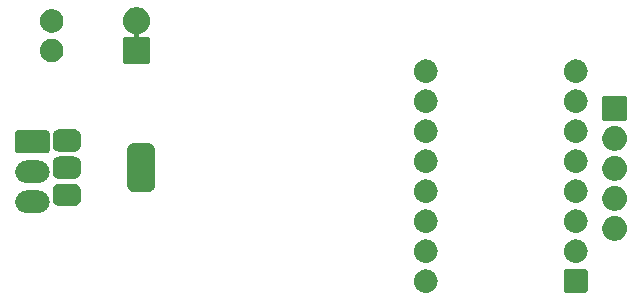
<source format=gbr>
G04 #@! TF.GenerationSoftware,KiCad,Pcbnew,9.0.1*
G04 #@! TF.CreationDate,2025-04-13T16:53:42+02:00*
G04 #@! TF.ProjectId,RulleGardin,52756c6c-6547-4617-9264-696e2e6b6963,rev?*
G04 #@! TF.SameCoordinates,Original*
G04 #@! TF.FileFunction,Soldermask,Bot*
G04 #@! TF.FilePolarity,Negative*
%FSLAX46Y46*%
G04 Gerber Fmt 4.6, Leading zero omitted, Abs format (unit mm)*
G04 Created by KiCad (PCBNEW 9.0.1) date 2025-04-13 16:53:42*
%MOMM*%
%LPD*%
G01*
G04 APERTURE LIST*
G04 APERTURE END LIST*
G36*
X197516043Y-112003191D02*
G01*
X197548727Y-112007494D01*
X197556948Y-112011327D01*
X197576537Y-112015224D01*
X197602480Y-112032559D01*
X197613608Y-112037748D01*
X197620378Y-112044518D01*
X197641421Y-112058579D01*
X197655481Y-112079621D01*
X197662251Y-112086391D01*
X197667438Y-112097516D01*
X197684776Y-112123463D01*
X197688672Y-112143053D01*
X197692505Y-112151272D01*
X197696806Y-112183945D01*
X197700000Y-112200000D01*
X197700000Y-113800000D01*
X197696805Y-113816058D01*
X197692505Y-113848727D01*
X197688673Y-113856944D01*
X197684776Y-113876537D01*
X197667437Y-113902485D01*
X197662251Y-113913608D01*
X197655483Y-113920375D01*
X197641421Y-113941421D01*
X197620375Y-113955483D01*
X197613608Y-113962251D01*
X197602485Y-113967437D01*
X197576537Y-113984776D01*
X197556944Y-113988673D01*
X197548727Y-113992505D01*
X197516056Y-113996806D01*
X197500000Y-114000000D01*
X195900000Y-114000000D01*
X195883943Y-113996806D01*
X195851272Y-113992505D01*
X195843053Y-113988672D01*
X195823463Y-113984776D01*
X195797516Y-113967438D01*
X195786391Y-113962251D01*
X195779621Y-113955481D01*
X195758579Y-113941421D01*
X195744518Y-113920378D01*
X195737748Y-113913608D01*
X195732559Y-113902480D01*
X195715224Y-113876537D01*
X195711327Y-113856948D01*
X195707494Y-113848727D01*
X195703190Y-113816041D01*
X195700000Y-113800000D01*
X195700000Y-112200000D01*
X195703190Y-112183958D01*
X195707494Y-112151272D01*
X195711327Y-112143049D01*
X195715224Y-112123463D01*
X195732557Y-112097521D01*
X195737748Y-112086391D01*
X195744520Y-112079618D01*
X195758579Y-112058579D01*
X195779618Y-112044520D01*
X195786391Y-112037748D01*
X195797521Y-112032557D01*
X195823463Y-112015224D01*
X195843049Y-112011327D01*
X195851272Y-112007494D01*
X195883960Y-112003190D01*
X195900000Y-112000000D01*
X197500000Y-112000000D01*
X197516043Y-112003191D01*
G37*
G36*
X184086934Y-112004815D02*
G01*
X184098017Y-112004815D01*
X184141329Y-112013430D01*
X184233355Y-112028006D01*
X184262956Y-112037623D01*
X184290285Y-112043060D01*
X184328846Y-112059032D01*
X184382532Y-112076476D01*
X184432828Y-112102103D01*
X184471397Y-112118079D01*
X184494567Y-112133560D01*
X184522301Y-112147692D01*
X184597696Y-112202470D01*
X184634393Y-112226990D01*
X184642224Y-112234821D01*
X184649191Y-112239883D01*
X184760116Y-112350808D01*
X184765177Y-112357774D01*
X184773010Y-112365607D01*
X184797532Y-112402308D01*
X184852307Y-112477698D01*
X184866437Y-112505429D01*
X184881921Y-112528603D01*
X184897898Y-112567176D01*
X184923523Y-112617467D01*
X184940964Y-112671145D01*
X184956940Y-112709715D01*
X184962377Y-112737049D01*
X184971993Y-112766644D01*
X184986567Y-112858661D01*
X184995185Y-112901983D01*
X184995185Y-112913066D01*
X184996532Y-112921571D01*
X184996532Y-113078428D01*
X184995185Y-113086932D01*
X184995185Y-113098017D01*
X184986567Y-113141341D01*
X184971993Y-113233355D01*
X184962377Y-113262948D01*
X184956940Y-113290285D01*
X184940962Y-113328858D01*
X184923523Y-113382532D01*
X184897900Y-113432818D01*
X184881921Y-113471397D01*
X184866434Y-113494573D01*
X184852307Y-113522301D01*
X184797541Y-113597679D01*
X184773010Y-113634393D01*
X184765174Y-113642228D01*
X184760116Y-113649191D01*
X184649191Y-113760116D01*
X184642228Y-113765174D01*
X184634393Y-113773010D01*
X184597679Y-113797541D01*
X184522301Y-113852307D01*
X184494573Y-113866434D01*
X184471397Y-113881921D01*
X184432818Y-113897900D01*
X184382532Y-113923523D01*
X184328858Y-113940962D01*
X184290285Y-113956940D01*
X184262948Y-113962377D01*
X184233355Y-113971993D01*
X184141339Y-113986567D01*
X184098017Y-113995185D01*
X184086933Y-113995185D01*
X184078429Y-113996532D01*
X183921571Y-113996532D01*
X183913067Y-113995185D01*
X183901983Y-113995185D01*
X183858661Y-113986567D01*
X183766644Y-113971993D01*
X183737049Y-113962377D01*
X183709715Y-113956940D01*
X183671145Y-113940964D01*
X183617467Y-113923523D01*
X183567176Y-113897898D01*
X183528603Y-113881921D01*
X183505429Y-113866437D01*
X183477698Y-113852307D01*
X183402308Y-113797532D01*
X183365607Y-113773010D01*
X183357774Y-113765177D01*
X183350808Y-113760116D01*
X183239883Y-113649191D01*
X183234821Y-113642224D01*
X183226990Y-113634393D01*
X183202470Y-113597696D01*
X183147692Y-113522301D01*
X183133560Y-113494567D01*
X183118079Y-113471397D01*
X183102103Y-113432828D01*
X183076476Y-113382532D01*
X183059032Y-113328846D01*
X183043060Y-113290285D01*
X183037623Y-113262956D01*
X183028006Y-113233355D01*
X183013430Y-113141331D01*
X183004815Y-113098017D01*
X183004815Y-113086932D01*
X183003468Y-113078428D01*
X183003468Y-112921571D01*
X183004815Y-112913066D01*
X183004815Y-112901983D01*
X183013430Y-112858671D01*
X183028006Y-112766644D01*
X183037624Y-112737041D01*
X183043060Y-112709715D01*
X183059031Y-112671156D01*
X183076476Y-112617467D01*
X183102105Y-112567165D01*
X183118079Y-112528603D01*
X183133558Y-112505436D01*
X183147692Y-112477698D01*
X183202478Y-112402290D01*
X183226990Y-112365607D01*
X183234818Y-112357778D01*
X183239883Y-112350808D01*
X183350808Y-112239883D01*
X183357778Y-112234818D01*
X183365607Y-112226990D01*
X183402290Y-112202478D01*
X183477698Y-112147692D01*
X183505436Y-112133558D01*
X183528603Y-112118079D01*
X183567165Y-112102105D01*
X183617467Y-112076476D01*
X183671156Y-112059031D01*
X183709715Y-112043060D01*
X183737041Y-112037624D01*
X183766644Y-112028006D01*
X183858671Y-112013430D01*
X183901983Y-112004815D01*
X183913066Y-112004815D01*
X183921571Y-112003468D01*
X184078429Y-112003468D01*
X184086934Y-112004815D01*
G37*
G36*
X184086934Y-109464815D02*
G01*
X184098017Y-109464815D01*
X184141329Y-109473430D01*
X184233355Y-109488006D01*
X184262956Y-109497623D01*
X184290285Y-109503060D01*
X184328846Y-109519032D01*
X184382532Y-109536476D01*
X184432828Y-109562103D01*
X184471397Y-109578079D01*
X184494567Y-109593560D01*
X184522301Y-109607692D01*
X184597696Y-109662470D01*
X184634393Y-109686990D01*
X184642224Y-109694821D01*
X184649191Y-109699883D01*
X184760116Y-109810808D01*
X184765177Y-109817774D01*
X184773010Y-109825607D01*
X184797532Y-109862308D01*
X184852307Y-109937698D01*
X184866437Y-109965429D01*
X184881921Y-109988603D01*
X184897898Y-110027176D01*
X184923523Y-110077467D01*
X184940964Y-110131145D01*
X184956940Y-110169715D01*
X184962377Y-110197049D01*
X184971993Y-110226644D01*
X184986567Y-110318661D01*
X184995185Y-110361983D01*
X184995185Y-110373066D01*
X184996532Y-110381571D01*
X184996532Y-110538428D01*
X184995185Y-110546932D01*
X184995185Y-110558017D01*
X184986567Y-110601341D01*
X184971993Y-110693355D01*
X184962377Y-110722948D01*
X184956940Y-110750285D01*
X184940962Y-110788858D01*
X184923523Y-110842532D01*
X184897900Y-110892818D01*
X184881921Y-110931397D01*
X184866434Y-110954573D01*
X184852307Y-110982301D01*
X184797541Y-111057679D01*
X184773010Y-111094393D01*
X184765174Y-111102228D01*
X184760116Y-111109191D01*
X184649191Y-111220116D01*
X184642228Y-111225174D01*
X184634393Y-111233010D01*
X184597679Y-111257541D01*
X184522301Y-111312307D01*
X184494573Y-111326434D01*
X184471397Y-111341921D01*
X184432818Y-111357900D01*
X184382532Y-111383523D01*
X184328858Y-111400962D01*
X184290285Y-111416940D01*
X184262948Y-111422377D01*
X184233355Y-111431993D01*
X184141339Y-111446567D01*
X184098017Y-111455185D01*
X184086933Y-111455185D01*
X184078429Y-111456532D01*
X183921571Y-111456532D01*
X183913067Y-111455185D01*
X183901983Y-111455185D01*
X183858661Y-111446567D01*
X183766644Y-111431993D01*
X183737049Y-111422377D01*
X183709715Y-111416940D01*
X183671145Y-111400964D01*
X183617467Y-111383523D01*
X183567176Y-111357898D01*
X183528603Y-111341921D01*
X183505429Y-111326437D01*
X183477698Y-111312307D01*
X183402308Y-111257532D01*
X183365607Y-111233010D01*
X183357774Y-111225177D01*
X183350808Y-111220116D01*
X183239883Y-111109191D01*
X183234821Y-111102224D01*
X183226990Y-111094393D01*
X183202470Y-111057696D01*
X183147692Y-110982301D01*
X183133560Y-110954567D01*
X183118079Y-110931397D01*
X183102103Y-110892828D01*
X183076476Y-110842532D01*
X183059032Y-110788846D01*
X183043060Y-110750285D01*
X183037623Y-110722956D01*
X183028006Y-110693355D01*
X183013430Y-110601331D01*
X183004815Y-110558017D01*
X183004815Y-110546932D01*
X183003468Y-110538428D01*
X183003468Y-110381571D01*
X183004815Y-110373066D01*
X183004815Y-110361983D01*
X183013430Y-110318671D01*
X183028006Y-110226644D01*
X183037624Y-110197041D01*
X183043060Y-110169715D01*
X183059031Y-110131156D01*
X183076476Y-110077467D01*
X183102105Y-110027165D01*
X183118079Y-109988603D01*
X183133558Y-109965436D01*
X183147692Y-109937698D01*
X183202478Y-109862290D01*
X183226990Y-109825607D01*
X183234818Y-109817778D01*
X183239883Y-109810808D01*
X183350808Y-109699883D01*
X183357778Y-109694818D01*
X183365607Y-109686990D01*
X183402290Y-109662478D01*
X183477698Y-109607692D01*
X183505436Y-109593558D01*
X183528603Y-109578079D01*
X183567165Y-109562105D01*
X183617467Y-109536476D01*
X183671156Y-109519031D01*
X183709715Y-109503060D01*
X183737041Y-109497624D01*
X183766644Y-109488006D01*
X183858671Y-109473430D01*
X183901983Y-109464815D01*
X183913066Y-109464815D01*
X183921571Y-109463468D01*
X184078429Y-109463468D01*
X184086934Y-109464815D01*
G37*
G36*
X196786934Y-109464815D02*
G01*
X196798017Y-109464815D01*
X196841329Y-109473430D01*
X196933355Y-109488006D01*
X196962956Y-109497623D01*
X196990285Y-109503060D01*
X197028846Y-109519032D01*
X197082532Y-109536476D01*
X197132828Y-109562103D01*
X197171397Y-109578079D01*
X197194567Y-109593560D01*
X197222301Y-109607692D01*
X197297696Y-109662470D01*
X197334393Y-109686990D01*
X197342224Y-109694821D01*
X197349191Y-109699883D01*
X197460116Y-109810808D01*
X197465177Y-109817774D01*
X197473010Y-109825607D01*
X197497532Y-109862308D01*
X197552307Y-109937698D01*
X197566437Y-109965429D01*
X197581921Y-109988603D01*
X197597898Y-110027176D01*
X197623523Y-110077467D01*
X197640964Y-110131145D01*
X197656940Y-110169715D01*
X197662377Y-110197049D01*
X197671993Y-110226644D01*
X197686567Y-110318661D01*
X197695185Y-110361983D01*
X197695185Y-110373066D01*
X197696532Y-110381571D01*
X197696532Y-110538428D01*
X197695185Y-110546932D01*
X197695185Y-110558017D01*
X197686567Y-110601341D01*
X197671993Y-110693355D01*
X197662377Y-110722948D01*
X197656940Y-110750285D01*
X197640962Y-110788858D01*
X197623523Y-110842532D01*
X197597900Y-110892818D01*
X197581921Y-110931397D01*
X197566434Y-110954573D01*
X197552307Y-110982301D01*
X197497541Y-111057679D01*
X197473010Y-111094393D01*
X197465174Y-111102228D01*
X197460116Y-111109191D01*
X197349191Y-111220116D01*
X197342228Y-111225174D01*
X197334393Y-111233010D01*
X197297679Y-111257541D01*
X197222301Y-111312307D01*
X197194573Y-111326434D01*
X197171397Y-111341921D01*
X197132818Y-111357900D01*
X197082532Y-111383523D01*
X197028858Y-111400962D01*
X196990285Y-111416940D01*
X196962948Y-111422377D01*
X196933355Y-111431993D01*
X196841339Y-111446567D01*
X196798017Y-111455185D01*
X196786933Y-111455185D01*
X196778429Y-111456532D01*
X196621571Y-111456532D01*
X196613067Y-111455185D01*
X196601983Y-111455185D01*
X196558661Y-111446567D01*
X196466644Y-111431993D01*
X196437049Y-111422377D01*
X196409715Y-111416940D01*
X196371145Y-111400964D01*
X196317467Y-111383523D01*
X196267176Y-111357898D01*
X196228603Y-111341921D01*
X196205429Y-111326437D01*
X196177698Y-111312307D01*
X196102308Y-111257532D01*
X196065607Y-111233010D01*
X196057774Y-111225177D01*
X196050808Y-111220116D01*
X195939883Y-111109191D01*
X195934821Y-111102224D01*
X195926990Y-111094393D01*
X195902470Y-111057696D01*
X195847692Y-110982301D01*
X195833560Y-110954567D01*
X195818079Y-110931397D01*
X195802103Y-110892828D01*
X195776476Y-110842532D01*
X195759032Y-110788846D01*
X195743060Y-110750285D01*
X195737623Y-110722956D01*
X195728006Y-110693355D01*
X195713430Y-110601331D01*
X195704815Y-110558017D01*
X195704815Y-110546932D01*
X195703468Y-110538428D01*
X195703468Y-110381571D01*
X195704815Y-110373066D01*
X195704815Y-110361983D01*
X195713430Y-110318671D01*
X195728006Y-110226644D01*
X195737624Y-110197041D01*
X195743060Y-110169715D01*
X195759031Y-110131156D01*
X195776476Y-110077467D01*
X195802105Y-110027165D01*
X195818079Y-109988603D01*
X195833558Y-109965436D01*
X195847692Y-109937698D01*
X195902478Y-109862290D01*
X195926990Y-109825607D01*
X195934818Y-109817778D01*
X195939883Y-109810808D01*
X196050808Y-109699883D01*
X196057778Y-109694818D01*
X196065607Y-109686990D01*
X196102290Y-109662478D01*
X196177698Y-109607692D01*
X196205436Y-109593558D01*
X196228603Y-109578079D01*
X196267165Y-109562105D01*
X196317467Y-109536476D01*
X196371156Y-109519031D01*
X196409715Y-109503060D01*
X196437041Y-109497624D01*
X196466644Y-109488006D01*
X196558671Y-109473430D01*
X196601983Y-109464815D01*
X196613066Y-109464815D01*
X196621571Y-109463468D01*
X196778429Y-109463468D01*
X196786934Y-109464815D01*
G37*
G36*
X200091406Y-107495056D02*
G01*
X200102918Y-107495056D01*
X200147903Y-107504004D01*
X200245027Y-107519387D01*
X200276268Y-107529537D01*
X200304799Y-107535213D01*
X200345057Y-107551888D01*
X200401667Y-107570282D01*
X200454700Y-107597304D01*
X200494967Y-107613983D01*
X200519159Y-107630147D01*
X200548426Y-107645060D01*
X200627980Y-107702859D01*
X200666113Y-107728339D01*
X200674251Y-107736477D01*
X200681664Y-107741863D01*
X200798136Y-107858335D01*
X200803521Y-107865747D01*
X200811661Y-107873887D01*
X200837143Y-107912023D01*
X200894939Y-107991573D01*
X200909850Y-108020837D01*
X200926017Y-108045033D01*
X200942698Y-108085304D01*
X200969717Y-108138332D01*
X200988108Y-108194934D01*
X201004787Y-108235201D01*
X201010463Y-108263736D01*
X201020612Y-108294972D01*
X201035994Y-108392087D01*
X201044944Y-108437082D01*
X201044944Y-108448594D01*
X201046378Y-108457648D01*
X201046378Y-108622351D01*
X201044944Y-108631404D01*
X201044944Y-108642918D01*
X201035993Y-108687915D01*
X201020612Y-108785027D01*
X201010463Y-108816260D01*
X201004787Y-108844799D01*
X200988106Y-108885069D01*
X200969717Y-108941667D01*
X200942700Y-108994689D01*
X200926017Y-109034967D01*
X200909848Y-109059165D01*
X200894939Y-109088426D01*
X200837151Y-109167963D01*
X200811661Y-109206113D01*
X200803518Y-109214255D01*
X200798136Y-109221664D01*
X200681664Y-109338136D01*
X200674255Y-109343518D01*
X200666113Y-109351661D01*
X200627963Y-109377151D01*
X200548426Y-109434939D01*
X200519165Y-109449848D01*
X200494967Y-109466017D01*
X200454689Y-109482700D01*
X200401667Y-109509717D01*
X200345069Y-109528106D01*
X200304799Y-109544787D01*
X200276260Y-109550463D01*
X200245027Y-109560612D01*
X200147913Y-109575993D01*
X200102918Y-109584944D01*
X200091406Y-109584944D01*
X200082352Y-109586378D01*
X199917648Y-109586378D01*
X199908594Y-109584944D01*
X199897082Y-109584944D01*
X199852087Y-109575994D01*
X199754972Y-109560612D01*
X199723736Y-109550463D01*
X199695201Y-109544787D01*
X199654934Y-109528108D01*
X199598332Y-109509717D01*
X199545304Y-109482698D01*
X199505033Y-109466017D01*
X199480837Y-109449850D01*
X199451573Y-109434939D01*
X199372023Y-109377143D01*
X199333887Y-109351661D01*
X199325747Y-109343521D01*
X199318335Y-109338136D01*
X199201863Y-109221664D01*
X199196477Y-109214251D01*
X199188339Y-109206113D01*
X199162859Y-109167980D01*
X199105060Y-109088426D01*
X199090147Y-109059159D01*
X199073983Y-109034967D01*
X199057304Y-108994700D01*
X199030282Y-108941667D01*
X199011888Y-108885057D01*
X198995213Y-108844799D01*
X198989537Y-108816268D01*
X198979387Y-108785027D01*
X198964004Y-108687905D01*
X198955056Y-108642918D01*
X198955056Y-108631405D01*
X198953622Y-108622351D01*
X198953622Y-108457648D01*
X198955056Y-108448593D01*
X198955056Y-108437082D01*
X198964003Y-108392097D01*
X198979387Y-108294972D01*
X198989538Y-108263729D01*
X198995213Y-108235201D01*
X199011887Y-108194945D01*
X199030282Y-108138332D01*
X199057306Y-108085294D01*
X199073983Y-108045033D01*
X199090145Y-108020843D01*
X199105060Y-107991573D01*
X199162868Y-107912006D01*
X199188339Y-107873887D01*
X199196474Y-107865751D01*
X199201863Y-107858335D01*
X199318335Y-107741863D01*
X199325751Y-107736474D01*
X199333887Y-107728339D01*
X199372006Y-107702868D01*
X199451573Y-107645060D01*
X199480843Y-107630145D01*
X199505033Y-107613983D01*
X199545294Y-107597306D01*
X199598332Y-107570282D01*
X199654945Y-107551887D01*
X199695201Y-107535213D01*
X199723729Y-107529538D01*
X199754972Y-107519387D01*
X199852097Y-107504003D01*
X199897082Y-107495056D01*
X199908594Y-107495056D01*
X199917648Y-107493622D01*
X200082352Y-107493622D01*
X200091406Y-107495056D01*
G37*
G36*
X184086934Y-106924815D02*
G01*
X184098017Y-106924815D01*
X184141329Y-106933430D01*
X184233355Y-106948006D01*
X184262956Y-106957623D01*
X184290285Y-106963060D01*
X184328846Y-106979032D01*
X184382532Y-106996476D01*
X184432828Y-107022103D01*
X184471397Y-107038079D01*
X184494567Y-107053560D01*
X184522301Y-107067692D01*
X184597696Y-107122470D01*
X184634393Y-107146990D01*
X184642224Y-107154821D01*
X184649191Y-107159883D01*
X184760116Y-107270808D01*
X184765177Y-107277774D01*
X184773010Y-107285607D01*
X184797532Y-107322308D01*
X184852307Y-107397698D01*
X184866437Y-107425429D01*
X184881921Y-107448603D01*
X184897898Y-107487176D01*
X184923523Y-107537467D01*
X184940964Y-107591145D01*
X184956940Y-107629715D01*
X184962377Y-107657049D01*
X184971993Y-107686644D01*
X184986567Y-107778661D01*
X184995185Y-107821983D01*
X184995185Y-107833066D01*
X184996532Y-107841571D01*
X184996532Y-107998428D01*
X184995185Y-108006932D01*
X184995185Y-108018017D01*
X184986567Y-108061341D01*
X184971993Y-108153355D01*
X184962377Y-108182948D01*
X184956940Y-108210285D01*
X184940962Y-108248858D01*
X184923523Y-108302532D01*
X184897900Y-108352818D01*
X184881921Y-108391397D01*
X184866434Y-108414573D01*
X184852307Y-108442301D01*
X184797541Y-108517679D01*
X184773010Y-108554393D01*
X184765174Y-108562228D01*
X184760116Y-108569191D01*
X184649191Y-108680116D01*
X184642228Y-108685174D01*
X184634393Y-108693010D01*
X184597679Y-108717541D01*
X184522301Y-108772307D01*
X184494573Y-108786434D01*
X184471397Y-108801921D01*
X184432818Y-108817900D01*
X184382532Y-108843523D01*
X184328858Y-108860962D01*
X184290285Y-108876940D01*
X184262948Y-108882377D01*
X184233355Y-108891993D01*
X184141339Y-108906567D01*
X184098017Y-108915185D01*
X184086933Y-108915185D01*
X184078429Y-108916532D01*
X183921571Y-108916532D01*
X183913067Y-108915185D01*
X183901983Y-108915185D01*
X183858661Y-108906567D01*
X183766644Y-108891993D01*
X183737049Y-108882377D01*
X183709715Y-108876940D01*
X183671145Y-108860964D01*
X183617467Y-108843523D01*
X183567176Y-108817898D01*
X183528603Y-108801921D01*
X183505429Y-108786437D01*
X183477698Y-108772307D01*
X183402308Y-108717532D01*
X183365607Y-108693010D01*
X183357774Y-108685177D01*
X183350808Y-108680116D01*
X183239883Y-108569191D01*
X183234821Y-108562224D01*
X183226990Y-108554393D01*
X183202470Y-108517696D01*
X183147692Y-108442301D01*
X183133560Y-108414567D01*
X183118079Y-108391397D01*
X183102103Y-108352828D01*
X183076476Y-108302532D01*
X183059032Y-108248846D01*
X183043060Y-108210285D01*
X183037623Y-108182956D01*
X183028006Y-108153355D01*
X183013430Y-108061331D01*
X183004815Y-108018017D01*
X183004815Y-108006932D01*
X183003468Y-107998428D01*
X183003468Y-107841571D01*
X183004815Y-107833066D01*
X183004815Y-107821983D01*
X183013430Y-107778671D01*
X183028006Y-107686644D01*
X183037624Y-107657041D01*
X183043060Y-107629715D01*
X183059031Y-107591156D01*
X183076476Y-107537467D01*
X183102105Y-107487165D01*
X183118079Y-107448603D01*
X183133558Y-107425436D01*
X183147692Y-107397698D01*
X183202478Y-107322290D01*
X183226990Y-107285607D01*
X183234818Y-107277778D01*
X183239883Y-107270808D01*
X183350808Y-107159883D01*
X183357778Y-107154818D01*
X183365607Y-107146990D01*
X183402290Y-107122478D01*
X183477698Y-107067692D01*
X183505436Y-107053558D01*
X183528603Y-107038079D01*
X183567165Y-107022105D01*
X183617467Y-106996476D01*
X183671156Y-106979031D01*
X183709715Y-106963060D01*
X183737041Y-106957624D01*
X183766644Y-106948006D01*
X183858671Y-106933430D01*
X183901983Y-106924815D01*
X183913066Y-106924815D01*
X183921571Y-106923468D01*
X184078429Y-106923468D01*
X184086934Y-106924815D01*
G37*
G36*
X196786934Y-106924815D02*
G01*
X196798017Y-106924815D01*
X196841329Y-106933430D01*
X196933355Y-106948006D01*
X196962956Y-106957623D01*
X196990285Y-106963060D01*
X197028846Y-106979032D01*
X197082532Y-106996476D01*
X197132828Y-107022103D01*
X197171397Y-107038079D01*
X197194567Y-107053560D01*
X197222301Y-107067692D01*
X197297696Y-107122470D01*
X197334393Y-107146990D01*
X197342224Y-107154821D01*
X197349191Y-107159883D01*
X197460116Y-107270808D01*
X197465177Y-107277774D01*
X197473010Y-107285607D01*
X197497532Y-107322308D01*
X197552307Y-107397698D01*
X197566437Y-107425429D01*
X197581921Y-107448603D01*
X197597898Y-107487176D01*
X197623523Y-107537467D01*
X197640964Y-107591145D01*
X197656940Y-107629715D01*
X197662377Y-107657049D01*
X197671993Y-107686644D01*
X197686567Y-107778661D01*
X197695185Y-107821983D01*
X197695185Y-107833066D01*
X197696532Y-107841571D01*
X197696532Y-107998428D01*
X197695185Y-108006932D01*
X197695185Y-108018017D01*
X197686567Y-108061341D01*
X197671993Y-108153355D01*
X197662377Y-108182948D01*
X197656940Y-108210285D01*
X197640962Y-108248858D01*
X197623523Y-108302532D01*
X197597900Y-108352818D01*
X197581921Y-108391397D01*
X197566434Y-108414573D01*
X197552307Y-108442301D01*
X197497541Y-108517679D01*
X197473010Y-108554393D01*
X197465174Y-108562228D01*
X197460116Y-108569191D01*
X197349191Y-108680116D01*
X197342228Y-108685174D01*
X197334393Y-108693010D01*
X197297679Y-108717541D01*
X197222301Y-108772307D01*
X197194573Y-108786434D01*
X197171397Y-108801921D01*
X197132818Y-108817900D01*
X197082532Y-108843523D01*
X197028858Y-108860962D01*
X196990285Y-108876940D01*
X196962948Y-108882377D01*
X196933355Y-108891993D01*
X196841339Y-108906567D01*
X196798017Y-108915185D01*
X196786933Y-108915185D01*
X196778429Y-108916532D01*
X196621571Y-108916532D01*
X196613067Y-108915185D01*
X196601983Y-108915185D01*
X196558661Y-108906567D01*
X196466644Y-108891993D01*
X196437049Y-108882377D01*
X196409715Y-108876940D01*
X196371145Y-108860964D01*
X196317467Y-108843523D01*
X196267176Y-108817898D01*
X196228603Y-108801921D01*
X196205429Y-108786437D01*
X196177698Y-108772307D01*
X196102308Y-108717532D01*
X196065607Y-108693010D01*
X196057774Y-108685177D01*
X196050808Y-108680116D01*
X195939883Y-108569191D01*
X195934821Y-108562224D01*
X195926990Y-108554393D01*
X195902470Y-108517696D01*
X195847692Y-108442301D01*
X195833560Y-108414567D01*
X195818079Y-108391397D01*
X195802103Y-108352828D01*
X195776476Y-108302532D01*
X195759032Y-108248846D01*
X195743060Y-108210285D01*
X195737623Y-108182956D01*
X195728006Y-108153355D01*
X195713430Y-108061331D01*
X195704815Y-108018017D01*
X195704815Y-108006932D01*
X195703468Y-107998428D01*
X195703468Y-107841571D01*
X195704815Y-107833066D01*
X195704815Y-107821983D01*
X195713430Y-107778671D01*
X195728006Y-107686644D01*
X195737624Y-107657041D01*
X195743060Y-107629715D01*
X195759031Y-107591156D01*
X195776476Y-107537467D01*
X195802105Y-107487165D01*
X195818079Y-107448603D01*
X195833558Y-107425436D01*
X195847692Y-107397698D01*
X195902478Y-107322290D01*
X195926990Y-107285607D01*
X195934818Y-107277778D01*
X195939883Y-107270808D01*
X196050808Y-107159883D01*
X196057778Y-107154818D01*
X196065607Y-107146990D01*
X196102290Y-107122478D01*
X196177698Y-107067692D01*
X196205436Y-107053558D01*
X196228603Y-107038079D01*
X196267165Y-107022105D01*
X196317467Y-106996476D01*
X196371156Y-106979031D01*
X196409715Y-106963060D01*
X196437041Y-106957624D01*
X196466644Y-106948006D01*
X196558671Y-106933430D01*
X196601983Y-106924815D01*
X196613066Y-106924815D01*
X196621571Y-106923468D01*
X196778429Y-106923468D01*
X196786934Y-106924815D01*
G37*
G36*
X151209830Y-105330482D02*
G01*
X151272073Y-105332928D01*
X151277684Y-105333816D01*
X151293116Y-105334575D01*
X151334715Y-105342849D01*
X151421683Y-105356624D01*
X151449653Y-105365712D01*
X151475770Y-105370907D01*
X151512625Y-105386173D01*
X151563398Y-105402670D01*
X151610959Y-105426903D01*
X151647827Y-105442175D01*
X151669978Y-105456976D01*
X151696171Y-105470322D01*
X151767375Y-105522054D01*
X151802674Y-105545640D01*
X151810206Y-105553172D01*
X151816723Y-105557907D01*
X151922092Y-105663276D01*
X151926826Y-105669792D01*
X151934360Y-105677326D01*
X151957948Y-105712629D01*
X152009677Y-105783828D01*
X152023021Y-105810018D01*
X152037825Y-105832173D01*
X152053098Y-105869045D01*
X152077329Y-105916601D01*
X152093823Y-105967366D01*
X152109093Y-106004230D01*
X152114289Y-106030352D01*
X152123375Y-106058316D01*
X152137147Y-106145268D01*
X152145425Y-106186884D01*
X152145425Y-106197531D01*
X152146686Y-106205493D01*
X152146686Y-106354506D01*
X152145425Y-106362467D01*
X152145425Y-106373116D01*
X152137146Y-106414735D01*
X152123375Y-106501683D01*
X152114289Y-106529645D01*
X152109093Y-106555770D01*
X152093822Y-106592637D01*
X152077329Y-106643398D01*
X152053100Y-106690948D01*
X152037825Y-106727827D01*
X152023019Y-106749984D01*
X152009677Y-106776171D01*
X151957957Y-106847358D01*
X151934360Y-106882674D01*
X151926823Y-106890210D01*
X151922092Y-106896723D01*
X151816723Y-107002092D01*
X151810210Y-107006823D01*
X151802674Y-107014360D01*
X151767358Y-107037957D01*
X151696171Y-107089677D01*
X151669984Y-107103019D01*
X151647827Y-107117825D01*
X151610948Y-107133100D01*
X151563398Y-107157329D01*
X151512637Y-107173822D01*
X151475770Y-107189093D01*
X151449645Y-107194289D01*
X151421683Y-107203375D01*
X151334740Y-107217145D01*
X151293116Y-107225425D01*
X151277675Y-107226183D01*
X151272073Y-107227071D01*
X151209846Y-107229516D01*
X151200000Y-107230000D01*
X151197535Y-107230000D01*
X150202465Y-107230000D01*
X150200000Y-107230000D01*
X150190153Y-107229516D01*
X150127926Y-107227071D01*
X150122322Y-107226183D01*
X150106884Y-107225425D01*
X150065263Y-107217146D01*
X149978316Y-107203375D01*
X149950352Y-107194289D01*
X149924230Y-107189093D01*
X149887366Y-107173823D01*
X149836601Y-107157329D01*
X149789045Y-107133098D01*
X149752173Y-107117825D01*
X149730018Y-107103021D01*
X149703828Y-107089677D01*
X149632629Y-107037948D01*
X149597326Y-107014360D01*
X149589792Y-107006826D01*
X149583276Y-107002092D01*
X149477907Y-106896723D01*
X149473172Y-106890206D01*
X149465640Y-106882674D01*
X149442054Y-106847375D01*
X149390322Y-106776171D01*
X149376976Y-106749978D01*
X149362175Y-106727827D01*
X149346903Y-106690959D01*
X149322670Y-106643398D01*
X149306173Y-106592625D01*
X149290907Y-106555770D01*
X149285712Y-106529653D01*
X149276624Y-106501683D01*
X149262851Y-106414725D01*
X149254575Y-106373116D01*
X149254575Y-106362467D01*
X149253314Y-106354506D01*
X149253314Y-106205493D01*
X149254575Y-106197531D01*
X149254575Y-106186884D01*
X149262850Y-106145278D01*
X149276624Y-106058316D01*
X149285712Y-106030344D01*
X149290907Y-106004230D01*
X149306171Y-105967377D01*
X149322670Y-105916601D01*
X149346906Y-105869035D01*
X149362175Y-105832173D01*
X149376973Y-105810024D01*
X149390322Y-105783828D01*
X149442062Y-105712612D01*
X149465640Y-105677326D01*
X149473170Y-105669795D01*
X149477907Y-105663276D01*
X149583276Y-105557907D01*
X149589795Y-105553170D01*
X149597326Y-105545640D01*
X149632612Y-105522062D01*
X149703828Y-105470322D01*
X149730024Y-105456973D01*
X149752173Y-105442175D01*
X149789035Y-105426906D01*
X149836601Y-105402670D01*
X149887377Y-105386171D01*
X149924230Y-105370907D01*
X149950344Y-105365712D01*
X149978316Y-105356624D01*
X150065287Y-105342848D01*
X150106884Y-105334575D01*
X150122313Y-105333816D01*
X150127926Y-105332928D01*
X150190170Y-105330482D01*
X150200000Y-105330000D01*
X151200000Y-105330000D01*
X151209830Y-105330482D01*
G37*
G36*
X200091406Y-104955056D02*
G01*
X200102918Y-104955056D01*
X200147903Y-104964004D01*
X200245027Y-104979387D01*
X200276268Y-104989537D01*
X200304799Y-104995213D01*
X200345057Y-105011888D01*
X200401667Y-105030282D01*
X200454700Y-105057304D01*
X200494967Y-105073983D01*
X200519159Y-105090147D01*
X200548426Y-105105060D01*
X200627980Y-105162859D01*
X200666113Y-105188339D01*
X200674251Y-105196477D01*
X200681664Y-105201863D01*
X200798136Y-105318335D01*
X200803521Y-105325747D01*
X200811661Y-105333887D01*
X200837143Y-105372023D01*
X200894939Y-105451573D01*
X200909850Y-105480837D01*
X200926017Y-105505033D01*
X200942698Y-105545304D01*
X200969717Y-105598332D01*
X200988108Y-105654934D01*
X201004787Y-105695201D01*
X201010463Y-105723736D01*
X201020612Y-105754972D01*
X201035994Y-105852087D01*
X201044944Y-105897082D01*
X201044944Y-105908594D01*
X201046378Y-105917648D01*
X201046378Y-106082351D01*
X201044944Y-106091404D01*
X201044944Y-106102918D01*
X201035993Y-106147915D01*
X201020612Y-106245027D01*
X201010463Y-106276260D01*
X201004787Y-106304799D01*
X200988106Y-106345069D01*
X200969717Y-106401667D01*
X200942700Y-106454689D01*
X200926017Y-106494967D01*
X200909848Y-106519165D01*
X200894939Y-106548426D01*
X200837151Y-106627963D01*
X200811661Y-106666113D01*
X200803518Y-106674255D01*
X200798136Y-106681664D01*
X200681664Y-106798136D01*
X200674255Y-106803518D01*
X200666113Y-106811661D01*
X200627963Y-106837151D01*
X200548426Y-106894939D01*
X200519165Y-106909848D01*
X200494967Y-106926017D01*
X200454689Y-106942700D01*
X200401667Y-106969717D01*
X200345069Y-106988106D01*
X200304799Y-107004787D01*
X200276260Y-107010463D01*
X200245027Y-107020612D01*
X200147913Y-107035993D01*
X200102918Y-107044944D01*
X200091406Y-107044944D01*
X200082352Y-107046378D01*
X199917648Y-107046378D01*
X199908594Y-107044944D01*
X199897082Y-107044944D01*
X199852087Y-107035994D01*
X199754972Y-107020612D01*
X199723736Y-107010463D01*
X199695201Y-107004787D01*
X199654934Y-106988108D01*
X199598332Y-106969717D01*
X199545304Y-106942698D01*
X199505033Y-106926017D01*
X199480837Y-106909850D01*
X199451573Y-106894939D01*
X199372023Y-106837143D01*
X199333887Y-106811661D01*
X199325747Y-106803521D01*
X199318335Y-106798136D01*
X199201863Y-106681664D01*
X199196477Y-106674251D01*
X199188339Y-106666113D01*
X199162859Y-106627980D01*
X199105060Y-106548426D01*
X199090147Y-106519159D01*
X199073983Y-106494967D01*
X199057304Y-106454700D01*
X199030282Y-106401667D01*
X199011888Y-106345057D01*
X198995213Y-106304799D01*
X198989537Y-106276268D01*
X198979387Y-106245027D01*
X198964004Y-106147905D01*
X198955056Y-106102918D01*
X198955056Y-106091405D01*
X198953622Y-106082351D01*
X198953622Y-105917648D01*
X198955056Y-105908593D01*
X198955056Y-105897082D01*
X198964003Y-105852097D01*
X198979387Y-105754972D01*
X198989538Y-105723729D01*
X198995213Y-105695201D01*
X199011887Y-105654945D01*
X199030282Y-105598332D01*
X199057306Y-105545294D01*
X199073983Y-105505033D01*
X199090145Y-105480843D01*
X199105060Y-105451573D01*
X199162868Y-105372006D01*
X199188339Y-105333887D01*
X199196474Y-105325751D01*
X199201863Y-105318335D01*
X199318335Y-105201863D01*
X199325751Y-105196474D01*
X199333887Y-105188339D01*
X199372006Y-105162868D01*
X199451573Y-105105060D01*
X199480843Y-105090145D01*
X199505033Y-105073983D01*
X199545294Y-105057306D01*
X199598332Y-105030282D01*
X199654945Y-105011887D01*
X199695201Y-104995213D01*
X199723729Y-104989538D01*
X199754972Y-104979387D01*
X199852097Y-104964003D01*
X199897082Y-104955056D01*
X199908594Y-104955056D01*
X199917648Y-104953622D01*
X200082352Y-104953622D01*
X200091406Y-104955056D01*
G37*
G36*
X154237624Y-104751662D02*
G01*
X154326656Y-104759752D01*
X154346835Y-104766040D01*
X154373821Y-104769593D01*
X154421153Y-104789198D01*
X154460608Y-104801493D01*
X154481877Y-104814351D01*
X154512500Y-104827035D01*
X154548292Y-104854500D01*
X154579046Y-104873091D01*
X154600566Y-104894611D01*
X154631586Y-104918414D01*
X154655388Y-104949433D01*
X154676908Y-104970953D01*
X154695498Y-105001704D01*
X154722965Y-105037500D01*
X154735649Y-105068124D01*
X154748506Y-105089391D01*
X154760798Y-105128839D01*
X154780407Y-105176179D01*
X154783960Y-105203167D01*
X154790247Y-105223343D01*
X154798334Y-105312353D01*
X154800000Y-105325000D01*
X154800000Y-106075000D01*
X154798334Y-106087648D01*
X154790247Y-106176656D01*
X154783960Y-106196830D01*
X154780407Y-106223821D01*
X154760797Y-106271163D01*
X154748506Y-106310608D01*
X154735651Y-106331872D01*
X154722965Y-106362500D01*
X154695495Y-106398298D01*
X154676908Y-106429046D01*
X154655391Y-106450562D01*
X154631586Y-106481586D01*
X154600562Y-106505391D01*
X154579046Y-106526908D01*
X154548298Y-106545495D01*
X154512500Y-106572965D01*
X154481872Y-106585651D01*
X154460608Y-106598506D01*
X154421163Y-106610797D01*
X154373821Y-106630407D01*
X154346830Y-106633960D01*
X154326656Y-106640247D01*
X154237648Y-106648334D01*
X154225000Y-106650000D01*
X152975000Y-106650000D01*
X152962353Y-106648334D01*
X152873343Y-106640247D01*
X152853167Y-106633960D01*
X152826179Y-106630407D01*
X152778839Y-106610798D01*
X152739391Y-106598506D01*
X152718124Y-106585649D01*
X152687500Y-106572965D01*
X152651704Y-106545498D01*
X152620953Y-106526908D01*
X152599433Y-106505388D01*
X152568414Y-106481586D01*
X152544611Y-106450566D01*
X152523091Y-106429046D01*
X152504500Y-106398292D01*
X152477035Y-106362500D01*
X152464351Y-106331877D01*
X152451493Y-106310608D01*
X152439198Y-106271153D01*
X152419593Y-106223821D01*
X152416040Y-106196835D01*
X152409752Y-106176656D01*
X152401662Y-106087624D01*
X152400000Y-106075000D01*
X152400000Y-105325000D01*
X152401661Y-105312377D01*
X152409752Y-105223343D01*
X152416040Y-105203162D01*
X152419593Y-105176179D01*
X152439197Y-105128849D01*
X152451493Y-105089391D01*
X152464352Y-105068118D01*
X152477035Y-105037500D01*
X152504497Y-105001710D01*
X152523091Y-104970953D01*
X152544615Y-104949428D01*
X152568414Y-104918414D01*
X152599428Y-104894615D01*
X152620953Y-104873091D01*
X152651710Y-104854497D01*
X152687500Y-104827035D01*
X152718118Y-104814352D01*
X152739391Y-104801493D01*
X152778849Y-104789197D01*
X152826179Y-104769593D01*
X152853162Y-104766040D01*
X152873343Y-104759752D01*
X152962377Y-104751661D01*
X152975000Y-104750000D01*
X154225000Y-104750000D01*
X154237624Y-104751662D01*
G37*
G36*
X184086934Y-104384815D02*
G01*
X184098017Y-104384815D01*
X184141329Y-104393430D01*
X184233355Y-104408006D01*
X184262956Y-104417623D01*
X184290285Y-104423060D01*
X184328846Y-104439032D01*
X184382532Y-104456476D01*
X184432828Y-104482103D01*
X184471397Y-104498079D01*
X184494567Y-104513560D01*
X184522301Y-104527692D01*
X184597696Y-104582470D01*
X184634393Y-104606990D01*
X184642224Y-104614821D01*
X184649191Y-104619883D01*
X184760116Y-104730808D01*
X184765177Y-104737774D01*
X184773010Y-104745607D01*
X184797532Y-104782308D01*
X184852307Y-104857698D01*
X184866437Y-104885429D01*
X184881921Y-104908603D01*
X184897898Y-104947176D01*
X184923523Y-104997467D01*
X184940964Y-105051145D01*
X184956940Y-105089715D01*
X184962377Y-105117049D01*
X184971993Y-105146644D01*
X184986567Y-105238661D01*
X184995185Y-105281983D01*
X184995185Y-105293066D01*
X184996532Y-105301571D01*
X184996532Y-105458428D01*
X184995185Y-105466932D01*
X184995185Y-105478017D01*
X184986567Y-105521341D01*
X184971993Y-105613355D01*
X184962377Y-105642948D01*
X184956940Y-105670285D01*
X184940962Y-105708858D01*
X184923523Y-105762532D01*
X184897900Y-105812818D01*
X184881921Y-105851397D01*
X184866434Y-105874573D01*
X184852307Y-105902301D01*
X184797541Y-105977679D01*
X184773010Y-106014393D01*
X184765174Y-106022228D01*
X184760116Y-106029191D01*
X184649191Y-106140116D01*
X184642228Y-106145174D01*
X184634393Y-106153010D01*
X184597679Y-106177541D01*
X184522301Y-106232307D01*
X184494573Y-106246434D01*
X184471397Y-106261921D01*
X184432818Y-106277900D01*
X184382532Y-106303523D01*
X184328858Y-106320962D01*
X184290285Y-106336940D01*
X184262948Y-106342377D01*
X184233355Y-106351993D01*
X184141339Y-106366567D01*
X184098017Y-106375185D01*
X184086933Y-106375185D01*
X184078429Y-106376532D01*
X183921571Y-106376532D01*
X183913067Y-106375185D01*
X183901983Y-106375185D01*
X183858661Y-106366567D01*
X183766644Y-106351993D01*
X183737049Y-106342377D01*
X183709715Y-106336940D01*
X183671145Y-106320964D01*
X183617467Y-106303523D01*
X183567176Y-106277898D01*
X183528603Y-106261921D01*
X183505429Y-106246437D01*
X183477698Y-106232307D01*
X183402308Y-106177532D01*
X183365607Y-106153010D01*
X183357774Y-106145177D01*
X183350808Y-106140116D01*
X183239883Y-106029191D01*
X183234821Y-106022224D01*
X183226990Y-106014393D01*
X183202470Y-105977696D01*
X183147692Y-105902301D01*
X183133560Y-105874567D01*
X183118079Y-105851397D01*
X183102103Y-105812828D01*
X183076476Y-105762532D01*
X183059032Y-105708846D01*
X183043060Y-105670285D01*
X183037623Y-105642956D01*
X183028006Y-105613355D01*
X183013430Y-105521331D01*
X183004815Y-105478017D01*
X183004815Y-105466932D01*
X183003468Y-105458428D01*
X183003468Y-105301571D01*
X183004815Y-105293066D01*
X183004815Y-105281983D01*
X183013430Y-105238671D01*
X183028006Y-105146644D01*
X183037624Y-105117041D01*
X183043060Y-105089715D01*
X183059031Y-105051156D01*
X183076476Y-104997467D01*
X183102105Y-104947165D01*
X183118079Y-104908603D01*
X183133558Y-104885436D01*
X183147692Y-104857698D01*
X183202478Y-104782290D01*
X183226990Y-104745607D01*
X183234818Y-104737778D01*
X183239883Y-104730808D01*
X183350808Y-104619883D01*
X183357778Y-104614818D01*
X183365607Y-104606990D01*
X183402290Y-104582478D01*
X183477698Y-104527692D01*
X183505436Y-104513558D01*
X183528603Y-104498079D01*
X183567165Y-104482105D01*
X183617467Y-104456476D01*
X183671156Y-104439031D01*
X183709715Y-104423060D01*
X183737041Y-104417624D01*
X183766644Y-104408006D01*
X183858671Y-104393430D01*
X183901983Y-104384815D01*
X183913066Y-104384815D01*
X183921571Y-104383468D01*
X184078429Y-104383468D01*
X184086934Y-104384815D01*
G37*
G36*
X196786934Y-104384815D02*
G01*
X196798017Y-104384815D01*
X196841329Y-104393430D01*
X196933355Y-104408006D01*
X196962956Y-104417623D01*
X196990285Y-104423060D01*
X197028846Y-104439032D01*
X197082532Y-104456476D01*
X197132828Y-104482103D01*
X197171397Y-104498079D01*
X197194567Y-104513560D01*
X197222301Y-104527692D01*
X197297696Y-104582470D01*
X197334393Y-104606990D01*
X197342224Y-104614821D01*
X197349191Y-104619883D01*
X197460116Y-104730808D01*
X197465177Y-104737774D01*
X197473010Y-104745607D01*
X197497532Y-104782308D01*
X197552307Y-104857698D01*
X197566437Y-104885429D01*
X197581921Y-104908603D01*
X197597898Y-104947176D01*
X197623523Y-104997467D01*
X197640964Y-105051145D01*
X197656940Y-105089715D01*
X197662377Y-105117049D01*
X197671993Y-105146644D01*
X197686567Y-105238661D01*
X197695185Y-105281983D01*
X197695185Y-105293066D01*
X197696532Y-105301571D01*
X197696532Y-105458428D01*
X197695185Y-105466932D01*
X197695185Y-105478017D01*
X197686567Y-105521341D01*
X197671993Y-105613355D01*
X197662377Y-105642948D01*
X197656940Y-105670285D01*
X197640962Y-105708858D01*
X197623523Y-105762532D01*
X197597900Y-105812818D01*
X197581921Y-105851397D01*
X197566434Y-105874573D01*
X197552307Y-105902301D01*
X197497541Y-105977679D01*
X197473010Y-106014393D01*
X197465174Y-106022228D01*
X197460116Y-106029191D01*
X197349191Y-106140116D01*
X197342228Y-106145174D01*
X197334393Y-106153010D01*
X197297679Y-106177541D01*
X197222301Y-106232307D01*
X197194573Y-106246434D01*
X197171397Y-106261921D01*
X197132818Y-106277900D01*
X197082532Y-106303523D01*
X197028858Y-106320962D01*
X196990285Y-106336940D01*
X196962948Y-106342377D01*
X196933355Y-106351993D01*
X196841339Y-106366567D01*
X196798017Y-106375185D01*
X196786933Y-106375185D01*
X196778429Y-106376532D01*
X196621571Y-106376532D01*
X196613067Y-106375185D01*
X196601983Y-106375185D01*
X196558661Y-106366567D01*
X196466644Y-106351993D01*
X196437049Y-106342377D01*
X196409715Y-106336940D01*
X196371145Y-106320964D01*
X196317467Y-106303523D01*
X196267176Y-106277898D01*
X196228603Y-106261921D01*
X196205429Y-106246437D01*
X196177698Y-106232307D01*
X196102308Y-106177532D01*
X196065607Y-106153010D01*
X196057774Y-106145177D01*
X196050808Y-106140116D01*
X195939883Y-106029191D01*
X195934821Y-106022224D01*
X195926990Y-106014393D01*
X195902470Y-105977696D01*
X195847692Y-105902301D01*
X195833560Y-105874567D01*
X195818079Y-105851397D01*
X195802103Y-105812828D01*
X195776476Y-105762532D01*
X195759032Y-105708846D01*
X195743060Y-105670285D01*
X195737623Y-105642956D01*
X195728006Y-105613355D01*
X195713430Y-105521331D01*
X195704815Y-105478017D01*
X195704815Y-105466932D01*
X195703468Y-105458428D01*
X195703468Y-105301571D01*
X195704815Y-105293066D01*
X195704815Y-105281983D01*
X195713430Y-105238671D01*
X195728006Y-105146644D01*
X195737624Y-105117041D01*
X195743060Y-105089715D01*
X195759031Y-105051156D01*
X195776476Y-104997467D01*
X195802105Y-104947165D01*
X195818079Y-104908603D01*
X195833558Y-104885436D01*
X195847692Y-104857698D01*
X195902478Y-104782290D01*
X195926990Y-104745607D01*
X195934818Y-104737778D01*
X195939883Y-104730808D01*
X196050808Y-104619883D01*
X196057778Y-104614818D01*
X196065607Y-104606990D01*
X196102290Y-104582478D01*
X196177698Y-104527692D01*
X196205436Y-104513558D01*
X196228603Y-104498079D01*
X196267165Y-104482105D01*
X196317467Y-104456476D01*
X196371156Y-104439031D01*
X196409715Y-104423060D01*
X196437041Y-104417624D01*
X196466644Y-104408006D01*
X196558671Y-104393430D01*
X196601983Y-104384815D01*
X196613066Y-104384815D01*
X196621571Y-104383468D01*
X196778429Y-104383468D01*
X196786934Y-104384815D01*
G37*
G36*
X160412455Y-101301131D02*
G01*
X160491915Y-101306519D01*
X160503532Y-101309408D01*
X160526179Y-101311466D01*
X160582980Y-101329165D01*
X160641137Y-101343629D01*
X160660987Y-101353474D01*
X160687289Y-101361670D01*
X160731953Y-101388670D01*
X160776600Y-101410814D01*
X160800920Y-101430363D01*
X160831703Y-101448972D01*
X160862972Y-101480241D01*
X160894453Y-101505546D01*
X160919757Y-101537026D01*
X160951028Y-101568297D01*
X160969637Y-101599080D01*
X160989185Y-101623399D01*
X161011326Y-101668041D01*
X161038330Y-101712711D01*
X161046526Y-101739015D01*
X161056370Y-101758862D01*
X161070830Y-101817008D01*
X161088534Y-101873821D01*
X161090592Y-101896472D01*
X161093480Y-101908084D01*
X161098864Y-101987506D01*
X161100000Y-102000000D01*
X161100000Y-104800000D01*
X161098864Y-104812498D01*
X161093480Y-104891915D01*
X161090592Y-104903525D01*
X161088534Y-104926179D01*
X161070829Y-104982995D01*
X161056370Y-105041137D01*
X161046527Y-105060981D01*
X161038330Y-105087289D01*
X161011323Y-105131962D01*
X160989185Y-105176600D01*
X160969639Y-105200915D01*
X160951028Y-105231703D01*
X160919753Y-105262977D01*
X160894453Y-105294453D01*
X160862977Y-105319753D01*
X160831703Y-105351028D01*
X160800915Y-105369639D01*
X160776600Y-105389185D01*
X160731962Y-105411323D01*
X160687289Y-105438330D01*
X160660981Y-105446527D01*
X160641137Y-105456370D01*
X160582995Y-105470829D01*
X160526179Y-105488534D01*
X160503525Y-105490592D01*
X160491915Y-105493480D01*
X160412496Y-105498864D01*
X160400000Y-105500000D01*
X159400000Y-105500000D01*
X159387503Y-105498864D01*
X159308084Y-105493480D01*
X159296472Y-105490592D01*
X159273821Y-105488534D01*
X159217008Y-105470830D01*
X159158862Y-105456370D01*
X159139015Y-105446526D01*
X159112711Y-105438330D01*
X159068041Y-105411326D01*
X159023399Y-105389185D01*
X158999080Y-105369637D01*
X158968297Y-105351028D01*
X158937026Y-105319757D01*
X158905546Y-105294453D01*
X158880241Y-105262972D01*
X158848972Y-105231703D01*
X158830363Y-105200920D01*
X158810814Y-105176600D01*
X158788670Y-105131953D01*
X158761670Y-105087289D01*
X158753474Y-105060987D01*
X158743629Y-105041137D01*
X158729165Y-104982980D01*
X158711466Y-104926179D01*
X158709408Y-104903532D01*
X158706519Y-104891915D01*
X158701131Y-104812453D01*
X158700000Y-104800000D01*
X158700000Y-102000000D01*
X158701131Y-101987547D01*
X158706519Y-101908084D01*
X158709408Y-101896466D01*
X158711466Y-101873821D01*
X158729164Y-101817023D01*
X158743629Y-101758862D01*
X158753474Y-101739010D01*
X158761670Y-101712711D01*
X158788668Y-101668050D01*
X158810814Y-101623399D01*
X158830365Y-101599075D01*
X158848972Y-101568297D01*
X158880237Y-101537031D01*
X158905546Y-101505546D01*
X158937031Y-101480237D01*
X158968297Y-101448972D01*
X158999075Y-101430365D01*
X159023399Y-101410814D01*
X159068050Y-101388668D01*
X159112711Y-101361670D01*
X159139010Y-101353474D01*
X159158862Y-101343629D01*
X159217023Y-101329164D01*
X159273821Y-101311466D01*
X159296466Y-101309408D01*
X159308084Y-101306519D01*
X159387549Y-101301131D01*
X159400000Y-101300000D01*
X160400000Y-101300000D01*
X160412455Y-101301131D01*
G37*
G36*
X151209830Y-102790482D02*
G01*
X151272073Y-102792928D01*
X151277684Y-102793816D01*
X151293116Y-102794575D01*
X151334715Y-102802849D01*
X151421683Y-102816624D01*
X151449653Y-102825712D01*
X151475770Y-102830907D01*
X151512625Y-102846173D01*
X151563398Y-102862670D01*
X151610959Y-102886903D01*
X151647827Y-102902175D01*
X151669978Y-102916976D01*
X151696171Y-102930322D01*
X151767375Y-102982054D01*
X151802674Y-103005640D01*
X151810206Y-103013172D01*
X151816723Y-103017907D01*
X151922092Y-103123276D01*
X151926826Y-103129792D01*
X151934360Y-103137326D01*
X151957948Y-103172629D01*
X152009677Y-103243828D01*
X152023021Y-103270018D01*
X152037825Y-103292173D01*
X152053098Y-103329045D01*
X152077329Y-103376601D01*
X152093823Y-103427366D01*
X152109093Y-103464230D01*
X152114289Y-103490352D01*
X152123375Y-103518316D01*
X152137147Y-103605268D01*
X152145425Y-103646884D01*
X152145425Y-103657531D01*
X152146686Y-103665493D01*
X152146686Y-103814506D01*
X152145425Y-103822467D01*
X152145425Y-103833116D01*
X152137146Y-103874735D01*
X152123375Y-103961683D01*
X152114289Y-103989645D01*
X152109093Y-104015770D01*
X152093822Y-104052637D01*
X152077329Y-104103398D01*
X152053100Y-104150948D01*
X152037825Y-104187827D01*
X152023019Y-104209984D01*
X152009677Y-104236171D01*
X151957957Y-104307358D01*
X151934360Y-104342674D01*
X151926823Y-104350210D01*
X151922092Y-104356723D01*
X151816723Y-104462092D01*
X151810210Y-104466823D01*
X151802674Y-104474360D01*
X151767358Y-104497957D01*
X151696171Y-104549677D01*
X151669984Y-104563019D01*
X151647827Y-104577825D01*
X151610948Y-104593100D01*
X151563398Y-104617329D01*
X151512637Y-104633822D01*
X151475770Y-104649093D01*
X151449645Y-104654289D01*
X151421683Y-104663375D01*
X151334740Y-104677145D01*
X151293116Y-104685425D01*
X151277675Y-104686183D01*
X151272073Y-104687071D01*
X151209846Y-104689516D01*
X151200000Y-104690000D01*
X151197535Y-104690000D01*
X150202465Y-104690000D01*
X150200000Y-104690000D01*
X150190153Y-104689516D01*
X150127926Y-104687071D01*
X150122322Y-104686183D01*
X150106884Y-104685425D01*
X150065263Y-104677146D01*
X149978316Y-104663375D01*
X149950352Y-104654289D01*
X149924230Y-104649093D01*
X149887366Y-104633823D01*
X149836601Y-104617329D01*
X149789045Y-104593098D01*
X149752173Y-104577825D01*
X149730018Y-104563021D01*
X149703828Y-104549677D01*
X149632629Y-104497948D01*
X149597326Y-104474360D01*
X149589792Y-104466826D01*
X149583276Y-104462092D01*
X149477907Y-104356723D01*
X149473172Y-104350206D01*
X149465640Y-104342674D01*
X149442054Y-104307375D01*
X149390322Y-104236171D01*
X149376976Y-104209978D01*
X149362175Y-104187827D01*
X149346903Y-104150959D01*
X149322670Y-104103398D01*
X149306173Y-104052625D01*
X149290907Y-104015770D01*
X149285712Y-103989653D01*
X149276624Y-103961683D01*
X149262851Y-103874725D01*
X149254575Y-103833116D01*
X149254575Y-103822467D01*
X149253314Y-103814506D01*
X149253314Y-103665493D01*
X149254575Y-103657531D01*
X149254575Y-103646884D01*
X149262850Y-103605278D01*
X149276624Y-103518316D01*
X149285712Y-103490344D01*
X149290907Y-103464230D01*
X149306171Y-103427377D01*
X149322670Y-103376601D01*
X149346906Y-103329035D01*
X149362175Y-103292173D01*
X149376973Y-103270024D01*
X149390322Y-103243828D01*
X149442062Y-103172612D01*
X149465640Y-103137326D01*
X149473170Y-103129795D01*
X149477907Y-103123276D01*
X149583276Y-103017907D01*
X149589795Y-103013170D01*
X149597326Y-103005640D01*
X149632612Y-102982062D01*
X149703828Y-102930322D01*
X149730024Y-102916973D01*
X149752173Y-102902175D01*
X149789035Y-102886906D01*
X149836601Y-102862670D01*
X149887377Y-102846171D01*
X149924230Y-102830907D01*
X149950344Y-102825712D01*
X149978316Y-102816624D01*
X150065287Y-102802848D01*
X150106884Y-102794575D01*
X150122313Y-102793816D01*
X150127926Y-102792928D01*
X150190170Y-102790482D01*
X150200000Y-102790000D01*
X151200000Y-102790000D01*
X151209830Y-102790482D01*
G37*
G36*
X200091406Y-102415056D02*
G01*
X200102918Y-102415056D01*
X200147903Y-102424004D01*
X200245027Y-102439387D01*
X200276268Y-102449537D01*
X200304799Y-102455213D01*
X200345057Y-102471888D01*
X200401667Y-102490282D01*
X200454700Y-102517304D01*
X200494967Y-102533983D01*
X200519159Y-102550147D01*
X200548426Y-102565060D01*
X200627980Y-102622859D01*
X200666113Y-102648339D01*
X200674251Y-102656477D01*
X200681664Y-102661863D01*
X200798136Y-102778335D01*
X200803521Y-102785747D01*
X200811661Y-102793887D01*
X200837143Y-102832023D01*
X200894939Y-102911573D01*
X200909850Y-102940837D01*
X200926017Y-102965033D01*
X200942698Y-103005304D01*
X200969717Y-103058332D01*
X200988108Y-103114934D01*
X201004787Y-103155201D01*
X201010463Y-103183736D01*
X201020612Y-103214972D01*
X201035994Y-103312087D01*
X201044944Y-103357082D01*
X201044944Y-103368594D01*
X201046378Y-103377648D01*
X201046378Y-103542351D01*
X201044944Y-103551404D01*
X201044944Y-103562918D01*
X201035993Y-103607915D01*
X201020612Y-103705027D01*
X201010463Y-103736260D01*
X201004787Y-103764799D01*
X200988106Y-103805069D01*
X200969717Y-103861667D01*
X200942700Y-103914689D01*
X200926017Y-103954967D01*
X200909848Y-103979165D01*
X200894939Y-104008426D01*
X200837151Y-104087963D01*
X200811661Y-104126113D01*
X200803518Y-104134255D01*
X200798136Y-104141664D01*
X200681664Y-104258136D01*
X200674255Y-104263518D01*
X200666113Y-104271661D01*
X200627963Y-104297151D01*
X200548426Y-104354939D01*
X200519165Y-104369848D01*
X200494967Y-104386017D01*
X200454689Y-104402700D01*
X200401667Y-104429717D01*
X200345069Y-104448106D01*
X200304799Y-104464787D01*
X200276260Y-104470463D01*
X200245027Y-104480612D01*
X200147913Y-104495993D01*
X200102918Y-104504944D01*
X200091406Y-104504944D01*
X200082352Y-104506378D01*
X199917648Y-104506378D01*
X199908594Y-104504944D01*
X199897082Y-104504944D01*
X199852087Y-104495994D01*
X199754972Y-104480612D01*
X199723736Y-104470463D01*
X199695201Y-104464787D01*
X199654934Y-104448108D01*
X199598332Y-104429717D01*
X199545304Y-104402698D01*
X199505033Y-104386017D01*
X199480837Y-104369850D01*
X199451573Y-104354939D01*
X199372023Y-104297143D01*
X199333887Y-104271661D01*
X199325747Y-104263521D01*
X199318335Y-104258136D01*
X199201863Y-104141664D01*
X199196477Y-104134251D01*
X199188339Y-104126113D01*
X199162859Y-104087980D01*
X199105060Y-104008426D01*
X199090147Y-103979159D01*
X199073983Y-103954967D01*
X199057304Y-103914700D01*
X199030282Y-103861667D01*
X199011888Y-103805057D01*
X198995213Y-103764799D01*
X198989537Y-103736268D01*
X198979387Y-103705027D01*
X198964004Y-103607905D01*
X198955056Y-103562918D01*
X198955056Y-103551405D01*
X198953622Y-103542351D01*
X198953622Y-103377648D01*
X198955056Y-103368593D01*
X198955056Y-103357082D01*
X198964003Y-103312097D01*
X198979387Y-103214972D01*
X198989538Y-103183729D01*
X198995213Y-103155201D01*
X199011887Y-103114945D01*
X199030282Y-103058332D01*
X199057306Y-103005294D01*
X199073983Y-102965033D01*
X199090145Y-102940843D01*
X199105060Y-102911573D01*
X199162868Y-102832006D01*
X199188339Y-102793887D01*
X199196474Y-102785751D01*
X199201863Y-102778335D01*
X199318335Y-102661863D01*
X199325751Y-102656474D01*
X199333887Y-102648339D01*
X199372006Y-102622868D01*
X199451573Y-102565060D01*
X199480843Y-102550145D01*
X199505033Y-102533983D01*
X199545294Y-102517306D01*
X199598332Y-102490282D01*
X199654945Y-102471887D01*
X199695201Y-102455213D01*
X199723729Y-102449538D01*
X199754972Y-102439387D01*
X199852097Y-102424003D01*
X199897082Y-102415056D01*
X199908594Y-102415056D01*
X199917648Y-102413622D01*
X200082352Y-102413622D01*
X200091406Y-102415056D01*
G37*
G36*
X154237624Y-102451662D02*
G01*
X154326656Y-102459752D01*
X154346835Y-102466040D01*
X154373821Y-102469593D01*
X154421153Y-102489198D01*
X154460608Y-102501493D01*
X154481877Y-102514351D01*
X154512500Y-102527035D01*
X154548292Y-102554500D01*
X154579046Y-102573091D01*
X154600566Y-102594611D01*
X154631586Y-102618414D01*
X154655388Y-102649433D01*
X154676908Y-102670953D01*
X154695498Y-102701704D01*
X154722965Y-102737500D01*
X154735649Y-102768124D01*
X154748506Y-102789391D01*
X154760798Y-102828839D01*
X154780407Y-102876179D01*
X154783960Y-102903167D01*
X154790247Y-102923343D01*
X154798334Y-103012353D01*
X154800000Y-103025000D01*
X154800000Y-103775000D01*
X154798334Y-103787648D01*
X154790247Y-103876656D01*
X154783960Y-103896830D01*
X154780407Y-103923821D01*
X154760797Y-103971163D01*
X154748506Y-104010608D01*
X154735651Y-104031872D01*
X154722965Y-104062500D01*
X154695495Y-104098298D01*
X154676908Y-104129046D01*
X154655391Y-104150562D01*
X154631586Y-104181586D01*
X154600562Y-104205391D01*
X154579046Y-104226908D01*
X154548298Y-104245495D01*
X154512500Y-104272965D01*
X154481872Y-104285651D01*
X154460608Y-104298506D01*
X154421163Y-104310797D01*
X154373821Y-104330407D01*
X154346830Y-104333960D01*
X154326656Y-104340247D01*
X154237648Y-104348334D01*
X154225000Y-104350000D01*
X152975000Y-104350000D01*
X152962353Y-104348334D01*
X152873343Y-104340247D01*
X152853167Y-104333960D01*
X152826179Y-104330407D01*
X152778839Y-104310798D01*
X152739391Y-104298506D01*
X152718124Y-104285649D01*
X152687500Y-104272965D01*
X152651704Y-104245498D01*
X152620953Y-104226908D01*
X152599433Y-104205388D01*
X152568414Y-104181586D01*
X152544611Y-104150566D01*
X152523091Y-104129046D01*
X152504500Y-104098292D01*
X152477035Y-104062500D01*
X152464351Y-104031877D01*
X152451493Y-104010608D01*
X152439198Y-103971153D01*
X152419593Y-103923821D01*
X152416040Y-103896835D01*
X152409752Y-103876656D01*
X152401662Y-103787624D01*
X152400000Y-103775000D01*
X152400000Y-103025000D01*
X152401661Y-103012377D01*
X152409752Y-102923343D01*
X152416040Y-102903162D01*
X152419593Y-102876179D01*
X152439197Y-102828849D01*
X152451493Y-102789391D01*
X152464352Y-102768118D01*
X152477035Y-102737500D01*
X152504497Y-102701710D01*
X152523091Y-102670953D01*
X152544615Y-102649428D01*
X152568414Y-102618414D01*
X152599428Y-102594615D01*
X152620953Y-102573091D01*
X152651710Y-102554497D01*
X152687500Y-102527035D01*
X152718118Y-102514352D01*
X152739391Y-102501493D01*
X152778849Y-102489197D01*
X152826179Y-102469593D01*
X152853162Y-102466040D01*
X152873343Y-102459752D01*
X152962377Y-102451661D01*
X152975000Y-102450000D01*
X154225000Y-102450000D01*
X154237624Y-102451662D01*
G37*
G36*
X184086934Y-101844815D02*
G01*
X184098017Y-101844815D01*
X184141329Y-101853430D01*
X184233355Y-101868006D01*
X184262956Y-101877623D01*
X184290285Y-101883060D01*
X184328846Y-101899032D01*
X184382532Y-101916476D01*
X184432828Y-101942103D01*
X184471397Y-101958079D01*
X184494567Y-101973560D01*
X184522301Y-101987692D01*
X184597696Y-102042470D01*
X184634393Y-102066990D01*
X184642224Y-102074821D01*
X184649191Y-102079883D01*
X184760116Y-102190808D01*
X184765177Y-102197774D01*
X184773010Y-102205607D01*
X184797532Y-102242308D01*
X184852307Y-102317698D01*
X184866437Y-102345429D01*
X184881921Y-102368603D01*
X184897898Y-102407176D01*
X184923523Y-102457467D01*
X184940964Y-102511145D01*
X184956940Y-102549715D01*
X184962377Y-102577049D01*
X184971993Y-102606644D01*
X184986567Y-102698661D01*
X184995185Y-102741983D01*
X184995185Y-102753066D01*
X184996532Y-102761571D01*
X184996532Y-102918428D01*
X184995185Y-102926932D01*
X184995185Y-102938017D01*
X184986567Y-102981341D01*
X184971993Y-103073355D01*
X184962377Y-103102948D01*
X184956940Y-103130285D01*
X184940962Y-103168858D01*
X184923523Y-103222532D01*
X184897900Y-103272818D01*
X184881921Y-103311397D01*
X184866434Y-103334573D01*
X184852307Y-103362301D01*
X184797541Y-103437679D01*
X184773010Y-103474393D01*
X184765174Y-103482228D01*
X184760116Y-103489191D01*
X184649191Y-103600116D01*
X184642228Y-103605174D01*
X184634393Y-103613010D01*
X184597679Y-103637541D01*
X184522301Y-103692307D01*
X184494573Y-103706434D01*
X184471397Y-103721921D01*
X184432818Y-103737900D01*
X184382532Y-103763523D01*
X184328858Y-103780962D01*
X184290285Y-103796940D01*
X184262948Y-103802377D01*
X184233355Y-103811993D01*
X184141339Y-103826567D01*
X184098017Y-103835185D01*
X184086933Y-103835185D01*
X184078429Y-103836532D01*
X183921571Y-103836532D01*
X183913067Y-103835185D01*
X183901983Y-103835185D01*
X183858661Y-103826567D01*
X183766644Y-103811993D01*
X183737049Y-103802377D01*
X183709715Y-103796940D01*
X183671145Y-103780964D01*
X183617467Y-103763523D01*
X183567176Y-103737898D01*
X183528603Y-103721921D01*
X183505429Y-103706437D01*
X183477698Y-103692307D01*
X183402308Y-103637532D01*
X183365607Y-103613010D01*
X183357774Y-103605177D01*
X183350808Y-103600116D01*
X183239883Y-103489191D01*
X183234821Y-103482224D01*
X183226990Y-103474393D01*
X183202470Y-103437696D01*
X183147692Y-103362301D01*
X183133560Y-103334567D01*
X183118079Y-103311397D01*
X183102103Y-103272828D01*
X183076476Y-103222532D01*
X183059032Y-103168846D01*
X183043060Y-103130285D01*
X183037623Y-103102956D01*
X183028006Y-103073355D01*
X183013430Y-102981331D01*
X183004815Y-102938017D01*
X183004815Y-102926932D01*
X183003468Y-102918428D01*
X183003468Y-102761571D01*
X183004815Y-102753066D01*
X183004815Y-102741983D01*
X183013430Y-102698671D01*
X183028006Y-102606644D01*
X183037624Y-102577041D01*
X183043060Y-102549715D01*
X183059031Y-102511156D01*
X183076476Y-102457467D01*
X183102105Y-102407165D01*
X183118079Y-102368603D01*
X183133558Y-102345436D01*
X183147692Y-102317698D01*
X183202478Y-102242290D01*
X183226990Y-102205607D01*
X183234818Y-102197778D01*
X183239883Y-102190808D01*
X183350808Y-102079883D01*
X183357778Y-102074818D01*
X183365607Y-102066990D01*
X183402290Y-102042478D01*
X183477698Y-101987692D01*
X183505436Y-101973558D01*
X183528603Y-101958079D01*
X183567165Y-101942105D01*
X183617467Y-101916476D01*
X183671156Y-101899031D01*
X183709715Y-101883060D01*
X183737041Y-101877624D01*
X183766644Y-101868006D01*
X183858671Y-101853430D01*
X183901983Y-101844815D01*
X183913066Y-101844815D01*
X183921571Y-101843468D01*
X184078429Y-101843468D01*
X184086934Y-101844815D01*
G37*
G36*
X196786934Y-101844815D02*
G01*
X196798017Y-101844815D01*
X196841329Y-101853430D01*
X196933355Y-101868006D01*
X196962956Y-101877623D01*
X196990285Y-101883060D01*
X197028846Y-101899032D01*
X197082532Y-101916476D01*
X197132828Y-101942103D01*
X197171397Y-101958079D01*
X197194567Y-101973560D01*
X197222301Y-101987692D01*
X197297696Y-102042470D01*
X197334393Y-102066990D01*
X197342224Y-102074821D01*
X197349191Y-102079883D01*
X197460116Y-102190808D01*
X197465177Y-102197774D01*
X197473010Y-102205607D01*
X197497532Y-102242308D01*
X197552307Y-102317698D01*
X197566437Y-102345429D01*
X197581921Y-102368603D01*
X197597898Y-102407176D01*
X197623523Y-102457467D01*
X197640964Y-102511145D01*
X197656940Y-102549715D01*
X197662377Y-102577049D01*
X197671993Y-102606644D01*
X197686567Y-102698661D01*
X197695185Y-102741983D01*
X197695185Y-102753066D01*
X197696532Y-102761571D01*
X197696532Y-102918428D01*
X197695185Y-102926932D01*
X197695185Y-102938017D01*
X197686567Y-102981341D01*
X197671993Y-103073355D01*
X197662377Y-103102948D01*
X197656940Y-103130285D01*
X197640962Y-103168858D01*
X197623523Y-103222532D01*
X197597900Y-103272818D01*
X197581921Y-103311397D01*
X197566434Y-103334573D01*
X197552307Y-103362301D01*
X197497541Y-103437679D01*
X197473010Y-103474393D01*
X197465174Y-103482228D01*
X197460116Y-103489191D01*
X197349191Y-103600116D01*
X197342228Y-103605174D01*
X197334393Y-103613010D01*
X197297679Y-103637541D01*
X197222301Y-103692307D01*
X197194573Y-103706434D01*
X197171397Y-103721921D01*
X197132818Y-103737900D01*
X197082532Y-103763523D01*
X197028858Y-103780962D01*
X196990285Y-103796940D01*
X196962948Y-103802377D01*
X196933355Y-103811993D01*
X196841339Y-103826567D01*
X196798017Y-103835185D01*
X196786933Y-103835185D01*
X196778429Y-103836532D01*
X196621571Y-103836532D01*
X196613067Y-103835185D01*
X196601983Y-103835185D01*
X196558661Y-103826567D01*
X196466644Y-103811993D01*
X196437049Y-103802377D01*
X196409715Y-103796940D01*
X196371145Y-103780964D01*
X196317467Y-103763523D01*
X196267176Y-103737898D01*
X196228603Y-103721921D01*
X196205429Y-103706437D01*
X196177698Y-103692307D01*
X196102308Y-103637532D01*
X196065607Y-103613010D01*
X196057774Y-103605177D01*
X196050808Y-103600116D01*
X195939883Y-103489191D01*
X195934821Y-103482224D01*
X195926990Y-103474393D01*
X195902470Y-103437696D01*
X195847692Y-103362301D01*
X195833560Y-103334567D01*
X195818079Y-103311397D01*
X195802103Y-103272828D01*
X195776476Y-103222532D01*
X195759032Y-103168846D01*
X195743060Y-103130285D01*
X195737623Y-103102956D01*
X195728006Y-103073355D01*
X195713430Y-102981331D01*
X195704815Y-102938017D01*
X195704815Y-102926932D01*
X195703468Y-102918428D01*
X195703468Y-102761571D01*
X195704815Y-102753066D01*
X195704815Y-102741983D01*
X195713430Y-102698671D01*
X195728006Y-102606644D01*
X195737624Y-102577041D01*
X195743060Y-102549715D01*
X195759031Y-102511156D01*
X195776476Y-102457467D01*
X195802105Y-102407165D01*
X195818079Y-102368603D01*
X195833558Y-102345436D01*
X195847692Y-102317698D01*
X195902478Y-102242290D01*
X195926990Y-102205607D01*
X195934818Y-102197778D01*
X195939883Y-102190808D01*
X196050808Y-102079883D01*
X196057778Y-102074818D01*
X196065607Y-102066990D01*
X196102290Y-102042478D01*
X196177698Y-101987692D01*
X196205436Y-101973558D01*
X196228603Y-101958079D01*
X196267165Y-101942105D01*
X196317467Y-101916476D01*
X196371156Y-101899031D01*
X196409715Y-101883060D01*
X196437041Y-101877624D01*
X196466644Y-101868006D01*
X196558671Y-101853430D01*
X196601983Y-101844815D01*
X196613066Y-101844815D01*
X196621571Y-101843468D01*
X196778429Y-101843468D01*
X196786934Y-101844815D01*
G37*
G36*
X151966043Y-100253191D02*
G01*
X151998727Y-100257494D01*
X152006948Y-100261327D01*
X152026537Y-100265224D01*
X152052480Y-100282559D01*
X152063608Y-100287748D01*
X152070378Y-100294518D01*
X152091421Y-100308579D01*
X152105481Y-100329621D01*
X152112251Y-100336391D01*
X152117438Y-100347516D01*
X152134776Y-100373463D01*
X152138672Y-100393053D01*
X152142505Y-100401272D01*
X152146806Y-100433945D01*
X152150000Y-100450000D01*
X152150000Y-101950000D01*
X152146805Y-101966058D01*
X152142505Y-101998727D01*
X152138673Y-102006944D01*
X152134776Y-102026537D01*
X152117437Y-102052485D01*
X152112251Y-102063608D01*
X152105483Y-102070375D01*
X152091421Y-102091421D01*
X152070375Y-102105483D01*
X152063608Y-102112251D01*
X152052485Y-102117437D01*
X152026537Y-102134776D01*
X152006944Y-102138673D01*
X151998727Y-102142505D01*
X151966056Y-102146806D01*
X151950000Y-102150000D01*
X149450000Y-102150000D01*
X149433943Y-102146806D01*
X149401272Y-102142505D01*
X149393053Y-102138672D01*
X149373463Y-102134776D01*
X149347516Y-102117438D01*
X149336391Y-102112251D01*
X149329621Y-102105481D01*
X149308579Y-102091421D01*
X149294518Y-102070378D01*
X149287748Y-102063608D01*
X149282559Y-102052480D01*
X149265224Y-102026537D01*
X149261327Y-102006948D01*
X149257494Y-101998727D01*
X149253190Y-101966041D01*
X149250000Y-101950000D01*
X149250000Y-100450000D01*
X149253190Y-100433958D01*
X149257494Y-100401272D01*
X149261327Y-100393049D01*
X149265224Y-100373463D01*
X149282557Y-100347521D01*
X149287748Y-100336391D01*
X149294520Y-100329618D01*
X149308579Y-100308579D01*
X149329618Y-100294520D01*
X149336391Y-100287748D01*
X149347521Y-100282557D01*
X149373463Y-100265224D01*
X149393049Y-100261327D01*
X149401272Y-100257494D01*
X149433960Y-100253190D01*
X149450000Y-100250000D01*
X151950000Y-100250000D01*
X151966043Y-100253191D01*
G37*
G36*
X154237624Y-100151662D02*
G01*
X154326656Y-100159752D01*
X154346835Y-100166040D01*
X154373821Y-100169593D01*
X154421153Y-100189198D01*
X154460608Y-100201493D01*
X154481877Y-100214351D01*
X154512500Y-100227035D01*
X154548292Y-100254500D01*
X154579046Y-100273091D01*
X154600566Y-100294611D01*
X154631586Y-100318414D01*
X154655388Y-100349433D01*
X154676908Y-100370953D01*
X154695498Y-100401704D01*
X154722965Y-100437500D01*
X154735649Y-100468124D01*
X154748506Y-100489391D01*
X154760798Y-100528839D01*
X154780407Y-100576179D01*
X154783960Y-100603167D01*
X154790247Y-100623343D01*
X154798334Y-100712353D01*
X154800000Y-100725000D01*
X154800000Y-101475000D01*
X154798334Y-101487648D01*
X154790247Y-101576656D01*
X154783960Y-101596830D01*
X154780407Y-101623821D01*
X154760797Y-101671163D01*
X154748506Y-101710608D01*
X154735651Y-101731872D01*
X154722965Y-101762500D01*
X154695495Y-101798298D01*
X154676908Y-101829046D01*
X154655391Y-101850562D01*
X154631586Y-101881586D01*
X154600562Y-101905391D01*
X154579046Y-101926908D01*
X154548298Y-101945495D01*
X154512500Y-101972965D01*
X154481872Y-101985651D01*
X154460608Y-101998506D01*
X154421163Y-102010797D01*
X154373821Y-102030407D01*
X154346830Y-102033960D01*
X154326656Y-102040247D01*
X154237648Y-102048334D01*
X154225000Y-102050000D01*
X152975000Y-102050000D01*
X152962353Y-102048334D01*
X152873343Y-102040247D01*
X152853167Y-102033960D01*
X152826179Y-102030407D01*
X152778839Y-102010798D01*
X152739391Y-101998506D01*
X152718124Y-101985649D01*
X152687500Y-101972965D01*
X152651704Y-101945498D01*
X152620953Y-101926908D01*
X152599433Y-101905388D01*
X152568414Y-101881586D01*
X152544611Y-101850566D01*
X152523091Y-101829046D01*
X152504500Y-101798292D01*
X152477035Y-101762500D01*
X152464351Y-101731877D01*
X152451493Y-101710608D01*
X152439198Y-101671153D01*
X152419593Y-101623821D01*
X152416040Y-101596835D01*
X152409752Y-101576656D01*
X152401662Y-101487624D01*
X152400000Y-101475000D01*
X152400000Y-100725000D01*
X152401661Y-100712377D01*
X152409752Y-100623343D01*
X152416040Y-100603162D01*
X152419593Y-100576179D01*
X152439197Y-100528849D01*
X152451493Y-100489391D01*
X152464352Y-100468118D01*
X152477035Y-100437500D01*
X152504497Y-100401710D01*
X152523091Y-100370953D01*
X152544615Y-100349428D01*
X152568414Y-100318414D01*
X152599428Y-100294615D01*
X152620953Y-100273091D01*
X152651710Y-100254497D01*
X152687500Y-100227035D01*
X152718118Y-100214352D01*
X152739391Y-100201493D01*
X152778849Y-100189197D01*
X152826179Y-100169593D01*
X152853162Y-100166040D01*
X152873343Y-100159752D01*
X152962377Y-100151661D01*
X152975000Y-100150000D01*
X154225000Y-100150000D01*
X154237624Y-100151662D01*
G37*
G36*
X200091406Y-99875056D02*
G01*
X200102918Y-99875056D01*
X200147903Y-99884004D01*
X200245027Y-99899387D01*
X200276268Y-99909537D01*
X200304799Y-99915213D01*
X200345057Y-99931888D01*
X200401667Y-99950282D01*
X200454700Y-99977304D01*
X200494967Y-99993983D01*
X200519159Y-100010147D01*
X200548426Y-100025060D01*
X200627980Y-100082859D01*
X200666113Y-100108339D01*
X200674251Y-100116477D01*
X200681664Y-100121863D01*
X200798136Y-100238335D01*
X200803521Y-100245747D01*
X200811661Y-100253887D01*
X200837143Y-100292023D01*
X200894939Y-100371573D01*
X200909850Y-100400837D01*
X200926017Y-100425033D01*
X200942698Y-100465304D01*
X200969717Y-100518332D01*
X200988108Y-100574934D01*
X201004787Y-100615201D01*
X201010463Y-100643736D01*
X201020612Y-100674972D01*
X201035994Y-100772087D01*
X201044944Y-100817082D01*
X201044944Y-100828594D01*
X201046378Y-100837648D01*
X201046378Y-101002351D01*
X201044944Y-101011404D01*
X201044944Y-101022918D01*
X201035993Y-101067915D01*
X201020612Y-101165027D01*
X201010463Y-101196260D01*
X201004787Y-101224799D01*
X200988106Y-101265069D01*
X200969717Y-101321667D01*
X200942700Y-101374689D01*
X200926017Y-101414967D01*
X200909848Y-101439165D01*
X200894939Y-101468426D01*
X200837151Y-101547963D01*
X200811661Y-101586113D01*
X200803518Y-101594255D01*
X200798136Y-101601664D01*
X200681664Y-101718136D01*
X200674255Y-101723518D01*
X200666113Y-101731661D01*
X200627963Y-101757151D01*
X200548426Y-101814939D01*
X200519165Y-101829848D01*
X200494967Y-101846017D01*
X200454689Y-101862700D01*
X200401667Y-101889717D01*
X200345069Y-101908106D01*
X200304799Y-101924787D01*
X200276260Y-101930463D01*
X200245027Y-101940612D01*
X200147913Y-101955993D01*
X200102918Y-101964944D01*
X200091406Y-101964944D01*
X200082352Y-101966378D01*
X199917648Y-101966378D01*
X199908594Y-101964944D01*
X199897082Y-101964944D01*
X199852087Y-101955994D01*
X199754972Y-101940612D01*
X199723736Y-101930463D01*
X199695201Y-101924787D01*
X199654934Y-101908108D01*
X199598332Y-101889717D01*
X199545304Y-101862698D01*
X199505033Y-101846017D01*
X199480837Y-101829850D01*
X199451573Y-101814939D01*
X199372023Y-101757143D01*
X199333887Y-101731661D01*
X199325747Y-101723521D01*
X199318335Y-101718136D01*
X199201863Y-101601664D01*
X199196477Y-101594251D01*
X199188339Y-101586113D01*
X199162859Y-101547980D01*
X199105060Y-101468426D01*
X199090147Y-101439159D01*
X199073983Y-101414967D01*
X199057304Y-101374700D01*
X199030282Y-101321667D01*
X199011888Y-101265057D01*
X198995213Y-101224799D01*
X198989537Y-101196268D01*
X198979387Y-101165027D01*
X198964004Y-101067905D01*
X198955056Y-101022918D01*
X198955056Y-101011405D01*
X198953622Y-101002351D01*
X198953622Y-100837648D01*
X198955056Y-100828593D01*
X198955056Y-100817082D01*
X198964003Y-100772097D01*
X198979387Y-100674972D01*
X198989538Y-100643729D01*
X198995213Y-100615201D01*
X199011887Y-100574945D01*
X199030282Y-100518332D01*
X199057306Y-100465294D01*
X199073983Y-100425033D01*
X199090145Y-100400843D01*
X199105060Y-100371573D01*
X199162868Y-100292006D01*
X199188339Y-100253887D01*
X199196474Y-100245751D01*
X199201863Y-100238335D01*
X199318335Y-100121863D01*
X199325751Y-100116474D01*
X199333887Y-100108339D01*
X199372006Y-100082868D01*
X199451573Y-100025060D01*
X199480843Y-100010145D01*
X199505033Y-99993983D01*
X199545294Y-99977306D01*
X199598332Y-99950282D01*
X199654945Y-99931887D01*
X199695201Y-99915213D01*
X199723729Y-99909538D01*
X199754972Y-99899387D01*
X199852097Y-99884003D01*
X199897082Y-99875056D01*
X199908594Y-99875056D01*
X199917648Y-99873622D01*
X200082352Y-99873622D01*
X200091406Y-99875056D01*
G37*
G36*
X184086934Y-99304815D02*
G01*
X184098017Y-99304815D01*
X184141329Y-99313430D01*
X184233355Y-99328006D01*
X184262956Y-99337623D01*
X184290285Y-99343060D01*
X184328846Y-99359032D01*
X184382532Y-99376476D01*
X184432828Y-99402103D01*
X184471397Y-99418079D01*
X184494567Y-99433560D01*
X184522301Y-99447692D01*
X184597696Y-99502470D01*
X184634393Y-99526990D01*
X184642224Y-99534821D01*
X184649191Y-99539883D01*
X184760116Y-99650808D01*
X184765177Y-99657774D01*
X184773010Y-99665607D01*
X184797532Y-99702308D01*
X184852307Y-99777698D01*
X184866437Y-99805429D01*
X184881921Y-99828603D01*
X184897898Y-99867176D01*
X184923523Y-99917467D01*
X184940964Y-99971145D01*
X184956940Y-100009715D01*
X184962377Y-100037049D01*
X184971993Y-100066644D01*
X184986567Y-100158661D01*
X184995185Y-100201983D01*
X184995185Y-100213066D01*
X184996532Y-100221571D01*
X184996532Y-100378428D01*
X184995185Y-100386932D01*
X184995185Y-100398017D01*
X184986567Y-100441341D01*
X184971993Y-100533355D01*
X184962377Y-100562948D01*
X184956940Y-100590285D01*
X184940962Y-100628858D01*
X184923523Y-100682532D01*
X184897900Y-100732818D01*
X184881921Y-100771397D01*
X184866434Y-100794573D01*
X184852307Y-100822301D01*
X184797541Y-100897679D01*
X184773010Y-100934393D01*
X184765174Y-100942228D01*
X184760116Y-100949191D01*
X184649191Y-101060116D01*
X184642228Y-101065174D01*
X184634393Y-101073010D01*
X184597679Y-101097541D01*
X184522301Y-101152307D01*
X184494573Y-101166434D01*
X184471397Y-101181921D01*
X184432818Y-101197900D01*
X184382532Y-101223523D01*
X184328858Y-101240962D01*
X184290285Y-101256940D01*
X184262948Y-101262377D01*
X184233355Y-101271993D01*
X184141339Y-101286567D01*
X184098017Y-101295185D01*
X184086933Y-101295185D01*
X184078429Y-101296532D01*
X183921571Y-101296532D01*
X183913067Y-101295185D01*
X183901983Y-101295185D01*
X183858661Y-101286567D01*
X183766644Y-101271993D01*
X183737049Y-101262377D01*
X183709715Y-101256940D01*
X183671145Y-101240964D01*
X183617467Y-101223523D01*
X183567176Y-101197898D01*
X183528603Y-101181921D01*
X183505429Y-101166437D01*
X183477698Y-101152307D01*
X183402308Y-101097532D01*
X183365607Y-101073010D01*
X183357774Y-101065177D01*
X183350808Y-101060116D01*
X183239883Y-100949191D01*
X183234821Y-100942224D01*
X183226990Y-100934393D01*
X183202470Y-100897696D01*
X183147692Y-100822301D01*
X183133560Y-100794567D01*
X183118079Y-100771397D01*
X183102103Y-100732828D01*
X183076476Y-100682532D01*
X183059032Y-100628846D01*
X183043060Y-100590285D01*
X183037623Y-100562956D01*
X183028006Y-100533355D01*
X183013430Y-100441331D01*
X183004815Y-100398017D01*
X183004815Y-100386932D01*
X183003468Y-100378428D01*
X183003468Y-100221571D01*
X183004815Y-100213066D01*
X183004815Y-100201983D01*
X183013430Y-100158671D01*
X183028006Y-100066644D01*
X183037624Y-100037041D01*
X183043060Y-100009715D01*
X183059031Y-99971156D01*
X183076476Y-99917467D01*
X183102105Y-99867165D01*
X183118079Y-99828603D01*
X183133558Y-99805436D01*
X183147692Y-99777698D01*
X183202478Y-99702290D01*
X183226990Y-99665607D01*
X183234818Y-99657778D01*
X183239883Y-99650808D01*
X183350808Y-99539883D01*
X183357778Y-99534818D01*
X183365607Y-99526990D01*
X183402290Y-99502478D01*
X183477698Y-99447692D01*
X183505436Y-99433558D01*
X183528603Y-99418079D01*
X183567165Y-99402105D01*
X183617467Y-99376476D01*
X183671156Y-99359031D01*
X183709715Y-99343060D01*
X183737041Y-99337624D01*
X183766644Y-99328006D01*
X183858671Y-99313430D01*
X183901983Y-99304815D01*
X183913066Y-99304815D01*
X183921571Y-99303468D01*
X184078429Y-99303468D01*
X184086934Y-99304815D01*
G37*
G36*
X196786934Y-99304815D02*
G01*
X196798017Y-99304815D01*
X196841329Y-99313430D01*
X196933355Y-99328006D01*
X196962956Y-99337623D01*
X196990285Y-99343060D01*
X197028846Y-99359032D01*
X197082532Y-99376476D01*
X197132828Y-99402103D01*
X197171397Y-99418079D01*
X197194567Y-99433560D01*
X197222301Y-99447692D01*
X197297696Y-99502470D01*
X197334393Y-99526990D01*
X197342224Y-99534821D01*
X197349191Y-99539883D01*
X197460116Y-99650808D01*
X197465177Y-99657774D01*
X197473010Y-99665607D01*
X197497532Y-99702308D01*
X197552307Y-99777698D01*
X197566437Y-99805429D01*
X197581921Y-99828603D01*
X197597898Y-99867176D01*
X197623523Y-99917467D01*
X197640964Y-99971145D01*
X197656940Y-100009715D01*
X197662377Y-100037049D01*
X197671993Y-100066644D01*
X197686567Y-100158661D01*
X197695185Y-100201983D01*
X197695185Y-100213066D01*
X197696532Y-100221571D01*
X197696532Y-100378428D01*
X197695185Y-100386932D01*
X197695185Y-100398017D01*
X197686567Y-100441341D01*
X197671993Y-100533355D01*
X197662377Y-100562948D01*
X197656940Y-100590285D01*
X197640962Y-100628858D01*
X197623523Y-100682532D01*
X197597900Y-100732818D01*
X197581921Y-100771397D01*
X197566434Y-100794573D01*
X197552307Y-100822301D01*
X197497541Y-100897679D01*
X197473010Y-100934393D01*
X197465174Y-100942228D01*
X197460116Y-100949191D01*
X197349191Y-101060116D01*
X197342228Y-101065174D01*
X197334393Y-101073010D01*
X197297679Y-101097541D01*
X197222301Y-101152307D01*
X197194573Y-101166434D01*
X197171397Y-101181921D01*
X197132818Y-101197900D01*
X197082532Y-101223523D01*
X197028858Y-101240962D01*
X196990285Y-101256940D01*
X196962948Y-101262377D01*
X196933355Y-101271993D01*
X196841339Y-101286567D01*
X196798017Y-101295185D01*
X196786933Y-101295185D01*
X196778429Y-101296532D01*
X196621571Y-101296532D01*
X196613067Y-101295185D01*
X196601983Y-101295185D01*
X196558661Y-101286567D01*
X196466644Y-101271993D01*
X196437049Y-101262377D01*
X196409715Y-101256940D01*
X196371145Y-101240964D01*
X196317467Y-101223523D01*
X196267176Y-101197898D01*
X196228603Y-101181921D01*
X196205429Y-101166437D01*
X196177698Y-101152307D01*
X196102308Y-101097532D01*
X196065607Y-101073010D01*
X196057774Y-101065177D01*
X196050808Y-101060116D01*
X195939883Y-100949191D01*
X195934821Y-100942224D01*
X195926990Y-100934393D01*
X195902470Y-100897696D01*
X195847692Y-100822301D01*
X195833560Y-100794567D01*
X195818079Y-100771397D01*
X195802103Y-100732828D01*
X195776476Y-100682532D01*
X195759032Y-100628846D01*
X195743060Y-100590285D01*
X195737623Y-100562956D01*
X195728006Y-100533355D01*
X195713430Y-100441331D01*
X195704815Y-100398017D01*
X195704815Y-100386932D01*
X195703468Y-100378428D01*
X195703468Y-100221571D01*
X195704815Y-100213066D01*
X195704815Y-100201983D01*
X195713430Y-100158671D01*
X195728006Y-100066644D01*
X195737624Y-100037041D01*
X195743060Y-100009715D01*
X195759031Y-99971156D01*
X195776476Y-99917467D01*
X195802105Y-99867165D01*
X195818079Y-99828603D01*
X195833558Y-99805436D01*
X195847692Y-99777698D01*
X195902478Y-99702290D01*
X195926990Y-99665607D01*
X195934818Y-99657778D01*
X195939883Y-99650808D01*
X196050808Y-99539883D01*
X196057778Y-99534818D01*
X196065607Y-99526990D01*
X196102290Y-99502478D01*
X196177698Y-99447692D01*
X196205436Y-99433558D01*
X196228603Y-99418079D01*
X196267165Y-99402105D01*
X196317467Y-99376476D01*
X196371156Y-99359031D01*
X196409715Y-99343060D01*
X196437041Y-99337624D01*
X196466644Y-99328006D01*
X196558671Y-99313430D01*
X196601983Y-99304815D01*
X196613066Y-99304815D01*
X196621571Y-99303468D01*
X196778429Y-99303468D01*
X196786934Y-99304815D01*
G37*
G36*
X200866043Y-97333191D02*
G01*
X200898727Y-97337494D01*
X200906948Y-97341327D01*
X200926537Y-97345224D01*
X200952480Y-97362559D01*
X200963608Y-97367748D01*
X200970378Y-97374518D01*
X200991421Y-97388579D01*
X201005481Y-97409621D01*
X201012251Y-97416391D01*
X201017438Y-97427516D01*
X201034776Y-97453463D01*
X201038672Y-97473053D01*
X201042505Y-97481272D01*
X201046806Y-97513945D01*
X201050000Y-97530000D01*
X201050000Y-99230000D01*
X201046805Y-99246058D01*
X201042505Y-99278727D01*
X201038673Y-99286944D01*
X201034776Y-99306537D01*
X201017437Y-99332485D01*
X201012251Y-99343608D01*
X201005483Y-99350375D01*
X200991421Y-99371421D01*
X200970375Y-99385483D01*
X200963608Y-99392251D01*
X200952485Y-99397437D01*
X200926537Y-99414776D01*
X200906944Y-99418673D01*
X200898727Y-99422505D01*
X200866056Y-99426806D01*
X200850000Y-99430000D01*
X199150000Y-99430000D01*
X199133943Y-99426806D01*
X199101272Y-99422505D01*
X199093053Y-99418672D01*
X199073463Y-99414776D01*
X199047516Y-99397438D01*
X199036391Y-99392251D01*
X199029621Y-99385481D01*
X199008579Y-99371421D01*
X198994518Y-99350378D01*
X198987748Y-99343608D01*
X198982559Y-99332480D01*
X198965224Y-99306537D01*
X198961327Y-99286948D01*
X198957494Y-99278727D01*
X198953190Y-99246041D01*
X198950000Y-99230000D01*
X198950000Y-97530000D01*
X198953190Y-97513958D01*
X198957494Y-97481272D01*
X198961327Y-97473049D01*
X198965224Y-97453463D01*
X198982557Y-97427521D01*
X198987748Y-97416391D01*
X198994520Y-97409618D01*
X199008579Y-97388579D01*
X199029618Y-97374520D01*
X199036391Y-97367748D01*
X199047521Y-97362557D01*
X199073463Y-97345224D01*
X199093049Y-97341327D01*
X199101272Y-97337494D01*
X199133960Y-97333190D01*
X199150000Y-97330000D01*
X200850000Y-97330000D01*
X200866043Y-97333191D01*
G37*
G36*
X184086934Y-96764815D02*
G01*
X184098017Y-96764815D01*
X184141329Y-96773430D01*
X184233355Y-96788006D01*
X184262956Y-96797623D01*
X184290285Y-96803060D01*
X184328846Y-96819032D01*
X184382532Y-96836476D01*
X184432828Y-96862103D01*
X184471397Y-96878079D01*
X184494567Y-96893560D01*
X184522301Y-96907692D01*
X184597696Y-96962470D01*
X184634393Y-96986990D01*
X184642224Y-96994821D01*
X184649191Y-96999883D01*
X184760116Y-97110808D01*
X184765177Y-97117774D01*
X184773010Y-97125607D01*
X184797532Y-97162308D01*
X184852307Y-97237698D01*
X184866437Y-97265429D01*
X184881921Y-97288603D01*
X184897898Y-97327176D01*
X184923523Y-97377467D01*
X184940964Y-97431145D01*
X184956940Y-97469715D01*
X184962377Y-97497049D01*
X184971993Y-97526644D01*
X184986567Y-97618661D01*
X184995185Y-97661983D01*
X184995185Y-97673066D01*
X184996532Y-97681571D01*
X184996532Y-97838428D01*
X184995185Y-97846932D01*
X184995185Y-97858017D01*
X184986567Y-97901341D01*
X184971993Y-97993355D01*
X184962377Y-98022948D01*
X184956940Y-98050285D01*
X184940962Y-98088858D01*
X184923523Y-98142532D01*
X184897900Y-98192818D01*
X184881921Y-98231397D01*
X184866434Y-98254573D01*
X184852307Y-98282301D01*
X184797541Y-98357679D01*
X184773010Y-98394393D01*
X184765174Y-98402228D01*
X184760116Y-98409191D01*
X184649191Y-98520116D01*
X184642228Y-98525174D01*
X184634393Y-98533010D01*
X184597679Y-98557541D01*
X184522301Y-98612307D01*
X184494573Y-98626434D01*
X184471397Y-98641921D01*
X184432818Y-98657900D01*
X184382532Y-98683523D01*
X184328858Y-98700962D01*
X184290285Y-98716940D01*
X184262948Y-98722377D01*
X184233355Y-98731993D01*
X184141339Y-98746567D01*
X184098017Y-98755185D01*
X184086933Y-98755185D01*
X184078429Y-98756532D01*
X183921571Y-98756532D01*
X183913067Y-98755185D01*
X183901983Y-98755185D01*
X183858661Y-98746567D01*
X183766644Y-98731993D01*
X183737049Y-98722377D01*
X183709715Y-98716940D01*
X183671145Y-98700964D01*
X183617467Y-98683523D01*
X183567176Y-98657898D01*
X183528603Y-98641921D01*
X183505429Y-98626437D01*
X183477698Y-98612307D01*
X183402308Y-98557532D01*
X183365607Y-98533010D01*
X183357774Y-98525177D01*
X183350808Y-98520116D01*
X183239883Y-98409191D01*
X183234821Y-98402224D01*
X183226990Y-98394393D01*
X183202470Y-98357696D01*
X183147692Y-98282301D01*
X183133560Y-98254567D01*
X183118079Y-98231397D01*
X183102103Y-98192828D01*
X183076476Y-98142532D01*
X183059032Y-98088846D01*
X183043060Y-98050285D01*
X183037623Y-98022956D01*
X183028006Y-97993355D01*
X183013430Y-97901331D01*
X183004815Y-97858017D01*
X183004815Y-97846932D01*
X183003468Y-97838428D01*
X183003468Y-97681571D01*
X183004815Y-97673066D01*
X183004815Y-97661983D01*
X183013430Y-97618671D01*
X183028006Y-97526644D01*
X183037624Y-97497041D01*
X183043060Y-97469715D01*
X183059031Y-97431156D01*
X183076476Y-97377467D01*
X183102105Y-97327165D01*
X183118079Y-97288603D01*
X183133558Y-97265436D01*
X183147692Y-97237698D01*
X183202478Y-97162290D01*
X183226990Y-97125607D01*
X183234818Y-97117778D01*
X183239883Y-97110808D01*
X183350808Y-96999883D01*
X183357778Y-96994818D01*
X183365607Y-96986990D01*
X183402290Y-96962478D01*
X183477698Y-96907692D01*
X183505436Y-96893558D01*
X183528603Y-96878079D01*
X183567165Y-96862105D01*
X183617467Y-96836476D01*
X183671156Y-96819031D01*
X183709715Y-96803060D01*
X183737041Y-96797624D01*
X183766644Y-96788006D01*
X183858671Y-96773430D01*
X183901983Y-96764815D01*
X183913066Y-96764815D01*
X183921571Y-96763468D01*
X184078429Y-96763468D01*
X184086934Y-96764815D01*
G37*
G36*
X196786934Y-96764815D02*
G01*
X196798017Y-96764815D01*
X196841329Y-96773430D01*
X196933355Y-96788006D01*
X196962956Y-96797623D01*
X196990285Y-96803060D01*
X197028846Y-96819032D01*
X197082532Y-96836476D01*
X197132828Y-96862103D01*
X197171397Y-96878079D01*
X197194567Y-96893560D01*
X197222301Y-96907692D01*
X197297696Y-96962470D01*
X197334393Y-96986990D01*
X197342224Y-96994821D01*
X197349191Y-96999883D01*
X197460116Y-97110808D01*
X197465177Y-97117774D01*
X197473010Y-97125607D01*
X197497532Y-97162308D01*
X197552307Y-97237698D01*
X197566437Y-97265429D01*
X197581921Y-97288603D01*
X197597898Y-97327176D01*
X197623523Y-97377467D01*
X197640964Y-97431145D01*
X197656940Y-97469715D01*
X197662377Y-97497049D01*
X197671993Y-97526644D01*
X197686567Y-97618661D01*
X197695185Y-97661983D01*
X197695185Y-97673066D01*
X197696532Y-97681571D01*
X197696532Y-97838428D01*
X197695185Y-97846932D01*
X197695185Y-97858017D01*
X197686567Y-97901341D01*
X197671993Y-97993355D01*
X197662377Y-98022948D01*
X197656940Y-98050285D01*
X197640962Y-98088858D01*
X197623523Y-98142532D01*
X197597900Y-98192818D01*
X197581921Y-98231397D01*
X197566434Y-98254573D01*
X197552307Y-98282301D01*
X197497541Y-98357679D01*
X197473010Y-98394393D01*
X197465174Y-98402228D01*
X197460116Y-98409191D01*
X197349191Y-98520116D01*
X197342228Y-98525174D01*
X197334393Y-98533010D01*
X197297679Y-98557541D01*
X197222301Y-98612307D01*
X197194573Y-98626434D01*
X197171397Y-98641921D01*
X197132818Y-98657900D01*
X197082532Y-98683523D01*
X197028858Y-98700962D01*
X196990285Y-98716940D01*
X196962948Y-98722377D01*
X196933355Y-98731993D01*
X196841339Y-98746567D01*
X196798017Y-98755185D01*
X196786933Y-98755185D01*
X196778429Y-98756532D01*
X196621571Y-98756532D01*
X196613067Y-98755185D01*
X196601983Y-98755185D01*
X196558661Y-98746567D01*
X196466644Y-98731993D01*
X196437049Y-98722377D01*
X196409715Y-98716940D01*
X196371145Y-98700964D01*
X196317467Y-98683523D01*
X196267176Y-98657898D01*
X196228603Y-98641921D01*
X196205429Y-98626437D01*
X196177698Y-98612307D01*
X196102308Y-98557532D01*
X196065607Y-98533010D01*
X196057774Y-98525177D01*
X196050808Y-98520116D01*
X195939883Y-98409191D01*
X195934821Y-98402224D01*
X195926990Y-98394393D01*
X195902470Y-98357696D01*
X195847692Y-98282301D01*
X195833560Y-98254567D01*
X195818079Y-98231397D01*
X195802103Y-98192828D01*
X195776476Y-98142532D01*
X195759032Y-98088846D01*
X195743060Y-98050285D01*
X195737623Y-98022956D01*
X195728006Y-97993355D01*
X195713430Y-97901331D01*
X195704815Y-97858017D01*
X195704815Y-97846932D01*
X195703468Y-97838428D01*
X195703468Y-97681571D01*
X195704815Y-97673066D01*
X195704815Y-97661983D01*
X195713430Y-97618671D01*
X195728006Y-97526644D01*
X195737624Y-97497041D01*
X195743060Y-97469715D01*
X195759031Y-97431156D01*
X195776476Y-97377467D01*
X195802105Y-97327165D01*
X195818079Y-97288603D01*
X195833558Y-97265436D01*
X195847692Y-97237698D01*
X195902478Y-97162290D01*
X195926990Y-97125607D01*
X195934818Y-97117778D01*
X195939883Y-97110808D01*
X196050808Y-96999883D01*
X196057778Y-96994818D01*
X196065607Y-96986990D01*
X196102290Y-96962478D01*
X196177698Y-96907692D01*
X196205436Y-96893558D01*
X196228603Y-96878079D01*
X196267165Y-96862105D01*
X196317467Y-96836476D01*
X196371156Y-96819031D01*
X196409715Y-96803060D01*
X196437041Y-96797624D01*
X196466644Y-96788006D01*
X196558671Y-96773430D01*
X196601983Y-96764815D01*
X196613066Y-96764815D01*
X196621571Y-96763468D01*
X196778429Y-96763468D01*
X196786934Y-96764815D01*
G37*
G36*
X184086934Y-94224815D02*
G01*
X184098017Y-94224815D01*
X184141329Y-94233430D01*
X184233355Y-94248006D01*
X184262956Y-94257623D01*
X184290285Y-94263060D01*
X184328846Y-94279032D01*
X184382532Y-94296476D01*
X184432828Y-94322103D01*
X184471397Y-94338079D01*
X184494567Y-94353560D01*
X184522301Y-94367692D01*
X184597696Y-94422470D01*
X184634393Y-94446990D01*
X184642224Y-94454821D01*
X184649191Y-94459883D01*
X184760116Y-94570808D01*
X184765177Y-94577774D01*
X184773010Y-94585607D01*
X184797532Y-94622308D01*
X184852307Y-94697698D01*
X184866437Y-94725429D01*
X184881921Y-94748603D01*
X184897898Y-94787176D01*
X184923523Y-94837467D01*
X184940964Y-94891145D01*
X184956940Y-94929715D01*
X184962377Y-94957049D01*
X184971993Y-94986644D01*
X184986567Y-95078661D01*
X184995185Y-95121983D01*
X184995185Y-95133066D01*
X184996532Y-95141571D01*
X184996532Y-95298428D01*
X184995185Y-95306932D01*
X184995185Y-95318017D01*
X184986567Y-95361341D01*
X184971993Y-95453355D01*
X184962377Y-95482948D01*
X184956940Y-95510285D01*
X184940962Y-95548858D01*
X184923523Y-95602532D01*
X184897900Y-95652818D01*
X184881921Y-95691397D01*
X184866434Y-95714573D01*
X184852307Y-95742301D01*
X184797541Y-95817679D01*
X184773010Y-95854393D01*
X184765174Y-95862228D01*
X184760116Y-95869191D01*
X184649191Y-95980116D01*
X184642228Y-95985174D01*
X184634393Y-95993010D01*
X184597679Y-96017541D01*
X184522301Y-96072307D01*
X184494573Y-96086434D01*
X184471397Y-96101921D01*
X184432818Y-96117900D01*
X184382532Y-96143523D01*
X184328858Y-96160962D01*
X184290285Y-96176940D01*
X184262948Y-96182377D01*
X184233355Y-96191993D01*
X184141339Y-96206567D01*
X184098017Y-96215185D01*
X184086933Y-96215185D01*
X184078429Y-96216532D01*
X183921571Y-96216532D01*
X183913067Y-96215185D01*
X183901983Y-96215185D01*
X183858661Y-96206567D01*
X183766644Y-96191993D01*
X183737049Y-96182377D01*
X183709715Y-96176940D01*
X183671145Y-96160964D01*
X183617467Y-96143523D01*
X183567176Y-96117898D01*
X183528603Y-96101921D01*
X183505429Y-96086437D01*
X183477698Y-96072307D01*
X183402308Y-96017532D01*
X183365607Y-95993010D01*
X183357774Y-95985177D01*
X183350808Y-95980116D01*
X183239883Y-95869191D01*
X183234821Y-95862224D01*
X183226990Y-95854393D01*
X183202470Y-95817696D01*
X183147692Y-95742301D01*
X183133560Y-95714567D01*
X183118079Y-95691397D01*
X183102103Y-95652828D01*
X183076476Y-95602532D01*
X183059032Y-95548846D01*
X183043060Y-95510285D01*
X183037623Y-95482956D01*
X183028006Y-95453355D01*
X183013430Y-95361331D01*
X183004815Y-95318017D01*
X183004815Y-95306932D01*
X183003468Y-95298428D01*
X183003468Y-95141571D01*
X183004815Y-95133066D01*
X183004815Y-95121983D01*
X183013430Y-95078671D01*
X183028006Y-94986644D01*
X183037624Y-94957041D01*
X183043060Y-94929715D01*
X183059031Y-94891156D01*
X183076476Y-94837467D01*
X183102105Y-94787165D01*
X183118079Y-94748603D01*
X183133558Y-94725436D01*
X183147692Y-94697698D01*
X183202478Y-94622290D01*
X183226990Y-94585607D01*
X183234818Y-94577778D01*
X183239883Y-94570808D01*
X183350808Y-94459883D01*
X183357778Y-94454818D01*
X183365607Y-94446990D01*
X183402290Y-94422478D01*
X183477698Y-94367692D01*
X183505436Y-94353558D01*
X183528603Y-94338079D01*
X183567165Y-94322105D01*
X183617467Y-94296476D01*
X183671156Y-94279031D01*
X183709715Y-94263060D01*
X183737041Y-94257624D01*
X183766644Y-94248006D01*
X183858671Y-94233430D01*
X183901983Y-94224815D01*
X183913066Y-94224815D01*
X183921571Y-94223468D01*
X184078429Y-94223468D01*
X184086934Y-94224815D01*
G37*
G36*
X196786934Y-94224815D02*
G01*
X196798017Y-94224815D01*
X196841329Y-94233430D01*
X196933355Y-94248006D01*
X196962956Y-94257623D01*
X196990285Y-94263060D01*
X197028846Y-94279032D01*
X197082532Y-94296476D01*
X197132828Y-94322103D01*
X197171397Y-94338079D01*
X197194567Y-94353560D01*
X197222301Y-94367692D01*
X197297696Y-94422470D01*
X197334393Y-94446990D01*
X197342224Y-94454821D01*
X197349191Y-94459883D01*
X197460116Y-94570808D01*
X197465177Y-94577774D01*
X197473010Y-94585607D01*
X197497532Y-94622308D01*
X197552307Y-94697698D01*
X197566437Y-94725429D01*
X197581921Y-94748603D01*
X197597898Y-94787176D01*
X197623523Y-94837467D01*
X197640964Y-94891145D01*
X197656940Y-94929715D01*
X197662377Y-94957049D01*
X197671993Y-94986644D01*
X197686567Y-95078661D01*
X197695185Y-95121983D01*
X197695185Y-95133066D01*
X197696532Y-95141571D01*
X197696532Y-95298428D01*
X197695185Y-95306932D01*
X197695185Y-95318017D01*
X197686567Y-95361341D01*
X197671993Y-95453355D01*
X197662377Y-95482948D01*
X197656940Y-95510285D01*
X197640962Y-95548858D01*
X197623523Y-95602532D01*
X197597900Y-95652818D01*
X197581921Y-95691397D01*
X197566434Y-95714573D01*
X197552307Y-95742301D01*
X197497541Y-95817679D01*
X197473010Y-95854393D01*
X197465174Y-95862228D01*
X197460116Y-95869191D01*
X197349191Y-95980116D01*
X197342228Y-95985174D01*
X197334393Y-95993010D01*
X197297679Y-96017541D01*
X197222301Y-96072307D01*
X197194573Y-96086434D01*
X197171397Y-96101921D01*
X197132818Y-96117900D01*
X197082532Y-96143523D01*
X197028858Y-96160962D01*
X196990285Y-96176940D01*
X196962948Y-96182377D01*
X196933355Y-96191993D01*
X196841339Y-96206567D01*
X196798017Y-96215185D01*
X196786933Y-96215185D01*
X196778429Y-96216532D01*
X196621571Y-96216532D01*
X196613067Y-96215185D01*
X196601983Y-96215185D01*
X196558661Y-96206567D01*
X196466644Y-96191993D01*
X196437049Y-96182377D01*
X196409715Y-96176940D01*
X196371145Y-96160964D01*
X196317467Y-96143523D01*
X196267176Y-96117898D01*
X196228603Y-96101921D01*
X196205429Y-96086437D01*
X196177698Y-96072307D01*
X196102308Y-96017532D01*
X196065607Y-95993010D01*
X196057774Y-95985177D01*
X196050808Y-95980116D01*
X195939883Y-95869191D01*
X195934821Y-95862224D01*
X195926990Y-95854393D01*
X195902470Y-95817696D01*
X195847692Y-95742301D01*
X195833560Y-95714567D01*
X195818079Y-95691397D01*
X195802103Y-95652828D01*
X195776476Y-95602532D01*
X195759032Y-95548846D01*
X195743060Y-95510285D01*
X195737623Y-95482956D01*
X195728006Y-95453355D01*
X195713430Y-95361331D01*
X195704815Y-95318017D01*
X195704815Y-95306932D01*
X195703468Y-95298428D01*
X195703468Y-95141571D01*
X195704815Y-95133066D01*
X195704815Y-95121983D01*
X195713430Y-95078671D01*
X195728006Y-94986644D01*
X195737624Y-94957041D01*
X195743060Y-94929715D01*
X195759031Y-94891156D01*
X195776476Y-94837467D01*
X195802105Y-94787165D01*
X195818079Y-94748603D01*
X195833558Y-94725436D01*
X195847692Y-94697698D01*
X195902478Y-94622290D01*
X195926990Y-94585607D01*
X195934818Y-94577778D01*
X195939883Y-94570808D01*
X196050808Y-94459883D01*
X196057778Y-94454818D01*
X196065607Y-94446990D01*
X196102290Y-94422478D01*
X196177698Y-94367692D01*
X196205436Y-94353558D01*
X196228603Y-94338079D01*
X196267165Y-94322105D01*
X196317467Y-94296476D01*
X196371156Y-94279031D01*
X196409715Y-94263060D01*
X196437041Y-94257624D01*
X196466644Y-94248006D01*
X196558671Y-94233430D01*
X196601983Y-94224815D01*
X196613066Y-94224815D01*
X196621571Y-94223468D01*
X196778429Y-94223468D01*
X196786934Y-94224815D01*
G37*
G36*
X159780462Y-89853775D02*
G01*
X159952086Y-89909539D01*
X160112873Y-89991464D01*
X160258865Y-90097533D01*
X160386467Y-90225135D01*
X160492536Y-90371127D01*
X160574461Y-90531914D01*
X160630225Y-90703538D01*
X160658455Y-90881772D01*
X160658455Y-91062228D01*
X160630225Y-91240462D01*
X160574461Y-91412086D01*
X160492536Y-91572873D01*
X160386467Y-91718865D01*
X160258865Y-91846467D01*
X160112873Y-91952536D01*
X159952086Y-92034461D01*
X159780462Y-92090225D01*
X159778026Y-92090610D01*
X159714937Y-92111110D01*
X159748339Y-92322000D01*
X160462000Y-92322000D01*
X160478042Y-92325191D01*
X160510727Y-92329494D01*
X160518948Y-92333327D01*
X160538537Y-92337224D01*
X160564480Y-92354559D01*
X160575608Y-92359748D01*
X160582378Y-92366518D01*
X160603421Y-92380579D01*
X160617481Y-92401621D01*
X160624251Y-92408391D01*
X160629438Y-92419516D01*
X160646776Y-92445463D01*
X160650672Y-92465053D01*
X160654505Y-92473272D01*
X160658806Y-92505945D01*
X160662000Y-92522000D01*
X160662000Y-94422000D01*
X160658805Y-94438058D01*
X160654505Y-94470727D01*
X160650673Y-94478944D01*
X160646776Y-94498537D01*
X160629437Y-94524485D01*
X160624251Y-94535608D01*
X160617483Y-94542375D01*
X160603421Y-94563421D01*
X160582375Y-94577483D01*
X160575608Y-94584251D01*
X160564485Y-94589437D01*
X160538537Y-94606776D01*
X160518944Y-94610673D01*
X160510727Y-94614505D01*
X160478056Y-94618806D01*
X160462000Y-94622000D01*
X158562000Y-94622000D01*
X158545943Y-94618806D01*
X158513272Y-94614505D01*
X158505053Y-94610672D01*
X158485463Y-94606776D01*
X158459516Y-94589438D01*
X158448391Y-94584251D01*
X158441621Y-94577481D01*
X158420579Y-94563421D01*
X158406518Y-94542378D01*
X158399748Y-94535608D01*
X158394559Y-94524480D01*
X158377224Y-94498537D01*
X158373327Y-94478948D01*
X158369494Y-94470727D01*
X158365190Y-94438041D01*
X158362000Y-94422000D01*
X158362000Y-92522000D01*
X158365190Y-92505958D01*
X158369494Y-92473272D01*
X158373327Y-92465049D01*
X158377224Y-92445463D01*
X158394557Y-92419521D01*
X158399748Y-92408391D01*
X158406520Y-92401618D01*
X158420579Y-92380579D01*
X158441618Y-92366520D01*
X158448391Y-92359748D01*
X158459521Y-92354557D01*
X158485463Y-92337224D01*
X158505049Y-92333327D01*
X158513272Y-92329494D01*
X158545960Y-92325190D01*
X158562000Y-92322000D01*
X159275661Y-92322000D01*
X159309063Y-92111110D01*
X159245972Y-92090610D01*
X159243538Y-92090225D01*
X159071914Y-92034461D01*
X158911127Y-91952536D01*
X158765135Y-91846467D01*
X158637533Y-91718865D01*
X158531464Y-91572873D01*
X158449539Y-91412086D01*
X158393775Y-91240462D01*
X158365545Y-91062228D01*
X158365545Y-90881772D01*
X158393775Y-90703538D01*
X158449539Y-90531914D01*
X158531464Y-90371127D01*
X158637533Y-90225135D01*
X158765135Y-90097533D01*
X158911127Y-89991464D01*
X159071914Y-89909539D01*
X159243538Y-89853775D01*
X159421772Y-89825545D01*
X159602228Y-89825545D01*
X159780462Y-89853775D01*
G37*
G36*
X152418934Y-92476815D02*
G01*
X152430017Y-92476815D01*
X152473329Y-92485430D01*
X152565355Y-92500006D01*
X152594956Y-92509623D01*
X152622285Y-92515060D01*
X152660846Y-92531032D01*
X152714532Y-92548476D01*
X152764828Y-92574103D01*
X152803397Y-92590079D01*
X152826567Y-92605560D01*
X152854301Y-92619692D01*
X152929696Y-92674470D01*
X152966393Y-92698990D01*
X152974224Y-92706821D01*
X152981191Y-92711883D01*
X153092116Y-92822808D01*
X153097177Y-92829774D01*
X153105010Y-92837607D01*
X153129532Y-92874308D01*
X153184307Y-92949698D01*
X153198437Y-92977429D01*
X153213921Y-93000603D01*
X153229898Y-93039176D01*
X153255523Y-93089467D01*
X153272964Y-93143145D01*
X153288940Y-93181715D01*
X153294377Y-93209049D01*
X153303993Y-93238644D01*
X153318567Y-93330661D01*
X153327185Y-93373983D01*
X153327185Y-93385066D01*
X153328532Y-93393571D01*
X153328532Y-93550428D01*
X153327185Y-93558932D01*
X153327185Y-93570017D01*
X153318567Y-93613341D01*
X153303993Y-93705355D01*
X153294377Y-93734948D01*
X153288940Y-93762285D01*
X153272962Y-93800858D01*
X153255523Y-93854532D01*
X153229900Y-93904818D01*
X153213921Y-93943397D01*
X153198434Y-93966573D01*
X153184307Y-93994301D01*
X153129541Y-94069679D01*
X153105010Y-94106393D01*
X153097174Y-94114228D01*
X153092116Y-94121191D01*
X152981191Y-94232116D01*
X152974228Y-94237174D01*
X152966393Y-94245010D01*
X152929679Y-94269541D01*
X152854301Y-94324307D01*
X152826573Y-94338434D01*
X152803397Y-94353921D01*
X152764818Y-94369900D01*
X152714532Y-94395523D01*
X152660858Y-94412962D01*
X152622285Y-94428940D01*
X152594948Y-94434377D01*
X152565355Y-94443993D01*
X152473339Y-94458567D01*
X152430017Y-94467185D01*
X152418933Y-94467185D01*
X152410429Y-94468532D01*
X152253571Y-94468532D01*
X152245067Y-94467185D01*
X152233983Y-94467185D01*
X152190661Y-94458567D01*
X152098644Y-94443993D01*
X152069049Y-94434377D01*
X152041715Y-94428940D01*
X152003145Y-94412964D01*
X151949467Y-94395523D01*
X151899176Y-94369898D01*
X151860603Y-94353921D01*
X151837429Y-94338437D01*
X151809698Y-94324307D01*
X151734308Y-94269532D01*
X151697607Y-94245010D01*
X151689774Y-94237177D01*
X151682808Y-94232116D01*
X151571883Y-94121191D01*
X151566821Y-94114224D01*
X151558990Y-94106393D01*
X151534470Y-94069696D01*
X151479692Y-93994301D01*
X151465560Y-93966567D01*
X151450079Y-93943397D01*
X151434103Y-93904828D01*
X151408476Y-93854532D01*
X151391032Y-93800846D01*
X151375060Y-93762285D01*
X151369623Y-93734956D01*
X151360006Y-93705355D01*
X151345430Y-93613331D01*
X151336815Y-93570017D01*
X151336815Y-93558932D01*
X151335468Y-93550428D01*
X151335468Y-93393571D01*
X151336815Y-93385066D01*
X151336815Y-93373983D01*
X151345430Y-93330671D01*
X151360006Y-93238644D01*
X151369624Y-93209041D01*
X151375060Y-93181715D01*
X151391031Y-93143156D01*
X151408476Y-93089467D01*
X151434105Y-93039165D01*
X151450079Y-93000603D01*
X151465558Y-92977436D01*
X151479692Y-92949698D01*
X151534478Y-92874290D01*
X151558990Y-92837607D01*
X151566818Y-92829778D01*
X151571883Y-92822808D01*
X151682808Y-92711883D01*
X151689778Y-92706818D01*
X151697607Y-92698990D01*
X151734290Y-92674478D01*
X151809698Y-92619692D01*
X151837436Y-92605558D01*
X151860603Y-92590079D01*
X151899165Y-92574105D01*
X151949467Y-92548476D01*
X152003156Y-92531031D01*
X152041715Y-92515060D01*
X152069041Y-92509624D01*
X152098644Y-92500006D01*
X152190671Y-92485430D01*
X152233983Y-92476815D01*
X152245066Y-92476815D01*
X152253571Y-92475468D01*
X152410429Y-92475468D01*
X152418934Y-92476815D01*
G37*
G36*
X152418934Y-89976815D02*
G01*
X152430017Y-89976815D01*
X152473329Y-89985430D01*
X152565355Y-90000006D01*
X152594956Y-90009623D01*
X152622285Y-90015060D01*
X152660846Y-90031032D01*
X152714532Y-90048476D01*
X152764828Y-90074103D01*
X152803397Y-90090079D01*
X152826567Y-90105560D01*
X152854301Y-90119692D01*
X152929696Y-90174470D01*
X152966393Y-90198990D01*
X152974224Y-90206821D01*
X152981191Y-90211883D01*
X153092116Y-90322808D01*
X153097177Y-90329774D01*
X153105010Y-90337607D01*
X153129532Y-90374308D01*
X153184307Y-90449698D01*
X153198437Y-90477429D01*
X153213921Y-90500603D01*
X153229898Y-90539176D01*
X153255523Y-90589467D01*
X153272964Y-90643145D01*
X153288940Y-90681715D01*
X153294377Y-90709049D01*
X153303993Y-90738644D01*
X153318567Y-90830661D01*
X153327185Y-90873983D01*
X153327185Y-90885066D01*
X153328532Y-90893571D01*
X153328532Y-91050428D01*
X153327185Y-91058932D01*
X153327185Y-91070017D01*
X153318567Y-91113341D01*
X153303993Y-91205355D01*
X153294377Y-91234948D01*
X153288940Y-91262285D01*
X153272962Y-91300858D01*
X153255523Y-91354532D01*
X153229900Y-91404818D01*
X153213921Y-91443397D01*
X153198434Y-91466573D01*
X153184307Y-91494301D01*
X153129541Y-91569679D01*
X153105010Y-91606393D01*
X153097174Y-91614228D01*
X153092116Y-91621191D01*
X152981191Y-91732116D01*
X152974228Y-91737174D01*
X152966393Y-91745010D01*
X152929679Y-91769541D01*
X152854301Y-91824307D01*
X152826573Y-91838434D01*
X152803397Y-91853921D01*
X152764818Y-91869900D01*
X152714532Y-91895523D01*
X152660858Y-91912962D01*
X152622285Y-91928940D01*
X152594948Y-91934377D01*
X152565355Y-91943993D01*
X152473339Y-91958567D01*
X152430017Y-91967185D01*
X152418933Y-91967185D01*
X152410429Y-91968532D01*
X152253571Y-91968532D01*
X152245067Y-91967185D01*
X152233983Y-91967185D01*
X152190661Y-91958567D01*
X152098644Y-91943993D01*
X152069049Y-91934377D01*
X152041715Y-91928940D01*
X152003145Y-91912964D01*
X151949467Y-91895523D01*
X151899176Y-91869898D01*
X151860603Y-91853921D01*
X151837429Y-91838437D01*
X151809698Y-91824307D01*
X151734308Y-91769532D01*
X151697607Y-91745010D01*
X151689774Y-91737177D01*
X151682808Y-91732116D01*
X151571883Y-91621191D01*
X151566821Y-91614224D01*
X151558990Y-91606393D01*
X151534470Y-91569696D01*
X151479692Y-91494301D01*
X151465560Y-91466567D01*
X151450079Y-91443397D01*
X151434103Y-91404828D01*
X151408476Y-91354532D01*
X151391032Y-91300846D01*
X151375060Y-91262285D01*
X151369623Y-91234956D01*
X151360006Y-91205355D01*
X151345430Y-91113331D01*
X151336815Y-91070017D01*
X151336815Y-91058932D01*
X151335468Y-91050428D01*
X151335468Y-90893571D01*
X151336815Y-90885066D01*
X151336815Y-90873983D01*
X151345430Y-90830671D01*
X151360006Y-90738644D01*
X151369624Y-90709041D01*
X151375060Y-90681715D01*
X151391031Y-90643156D01*
X151408476Y-90589467D01*
X151434105Y-90539165D01*
X151450079Y-90500603D01*
X151465558Y-90477436D01*
X151479692Y-90449698D01*
X151534478Y-90374290D01*
X151558990Y-90337607D01*
X151566818Y-90329778D01*
X151571883Y-90322808D01*
X151682808Y-90211883D01*
X151689778Y-90206818D01*
X151697607Y-90198990D01*
X151734290Y-90174478D01*
X151809698Y-90119692D01*
X151837436Y-90105558D01*
X151860603Y-90090079D01*
X151899165Y-90074105D01*
X151949467Y-90048476D01*
X152003156Y-90031031D01*
X152041715Y-90015060D01*
X152069041Y-90009624D01*
X152098644Y-90000006D01*
X152190671Y-89985430D01*
X152233983Y-89976815D01*
X152245066Y-89976815D01*
X152253571Y-89975468D01*
X152410429Y-89975468D01*
X152418934Y-89976815D01*
G37*
M02*

</source>
